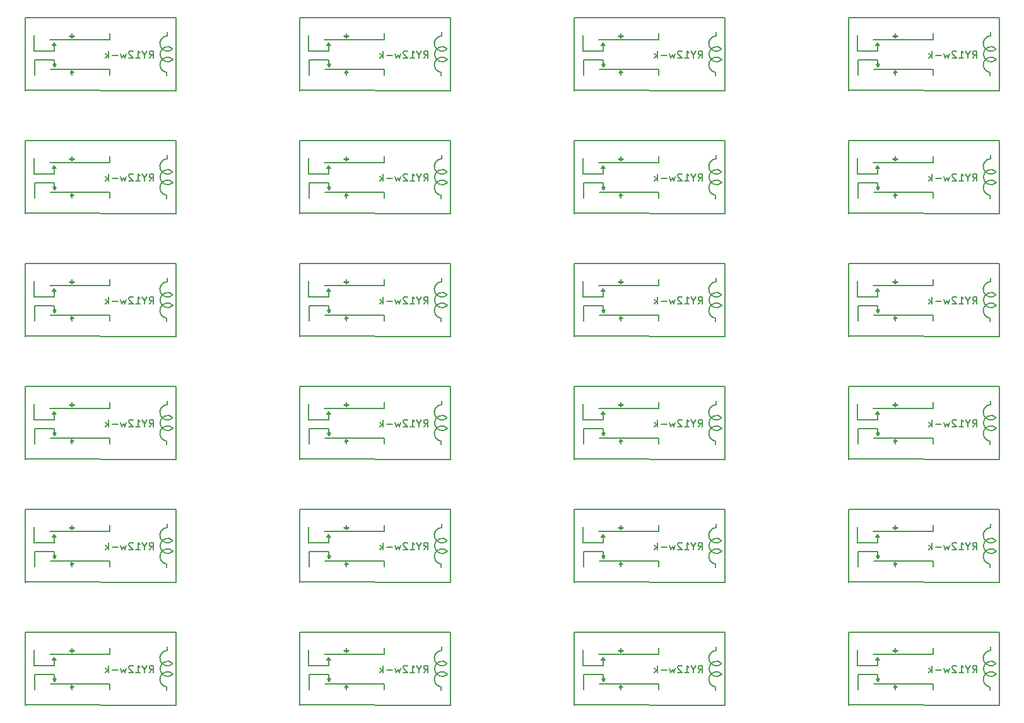
<source format=gbr>
%TF.GenerationSoftware,KiCad,Pcbnew,5.0.2-1.fc29*%
%TF.CreationDate,2018-12-27T16:56:31+02:00*%
%TF.ProjectId,audiorouter-board,61756469-6f72-46f7-9574-65722d626f61,rev?*%
%TF.SameCoordinates,Original*%
%TF.FileFunction,Legend,Bot*%
%TF.FilePolarity,Positive*%
%FSLAX46Y46*%
G04 Gerber Fmt 4.6, Leading zero omitted, Abs format (unit mm)*
G04 Created by KiCad (PCBNEW 5.0.2-1.fc29) date N 27 dets  2018 16:56:31 EET*
%MOMM*%
%LPD*%
G01*
G04 APERTURE LIST*
%ADD10C,0.150000*%
G04 APERTURE END LIST*
D10*
X54705400Y-99161738D02*
X54705400Y-99586738D01*
X54706244Y-99151845D02*
G75*
G02X55518053Y-97405761I87025J1021299D01*
G01*
X55530185Y-97436522D02*
G75*
G02X55530184Y-95986953I-724785J724784D01*
G01*
X55522098Y-95995593D02*
G75*
G02X54755400Y-94236738I-728830J728830D01*
G01*
X54755400Y-94211738D02*
X54755400Y-93761738D01*
X35661600Y-101574600D02*
X35712400Y-91821000D01*
X55905400Y-101600000D02*
X35661600Y-101574600D01*
X55905400Y-91795600D02*
X55905400Y-101600000D01*
X35712400Y-91795600D02*
X55905400Y-91795600D01*
X35712400Y-101600000D02*
X35712400Y-91795600D01*
X47040800Y-93954600D02*
X47040800Y-94742000D01*
X47040800Y-94742000D02*
X39065200Y-94742000D01*
X39065200Y-94742000D02*
X39039800Y-94742000D01*
X39039800Y-94742000D02*
X39090600Y-94742000D01*
X41986200Y-93903800D02*
X41986200Y-94513400D01*
X41986200Y-94513400D02*
X42316400Y-94234000D01*
X42316400Y-94234000D02*
X41656000Y-94259400D01*
X41656000Y-94259400D02*
X41960800Y-94488000D01*
X39852600Y-95504000D02*
X39344600Y-95504000D01*
X39344600Y-95504000D02*
X39598600Y-95199200D01*
X39624000Y-95250000D02*
X39801800Y-95478600D01*
X39801800Y-95478600D02*
X39547800Y-95402400D01*
X39547800Y-95402400D02*
X39598600Y-95504000D01*
X39598600Y-95504000D02*
X39598600Y-96291400D01*
X39598600Y-96291400D02*
X36906200Y-96291400D01*
X36906200Y-96291400D02*
X36906200Y-94157800D01*
X36957000Y-99542600D02*
X36957000Y-97459800D01*
X36957000Y-97459800D02*
X39624000Y-97459800D01*
X39624000Y-97459800D02*
X39649400Y-98374200D01*
X39649400Y-98374200D02*
X39878000Y-98044000D01*
X39878000Y-98044000D02*
X39395400Y-98044000D01*
X39395400Y-98044000D02*
X39624000Y-98374200D01*
X39090600Y-98755200D02*
X47040800Y-98755200D01*
X47040800Y-98755200D02*
X47040800Y-99542600D01*
X41986200Y-99491800D02*
X41986200Y-98933000D01*
X41986200Y-98933000D02*
X41757600Y-99187000D01*
X41783000Y-99212400D02*
X42214800Y-99187000D01*
X42214800Y-99187000D02*
X41986200Y-98983800D01*
X91535400Y-99161738D02*
X91535400Y-99586738D01*
X91536244Y-99151845D02*
G75*
G02X92348053Y-97405761I87025J1021299D01*
G01*
X92360185Y-97436522D02*
G75*
G02X92360184Y-95986953I-724785J724784D01*
G01*
X92352098Y-95995593D02*
G75*
G02X91585400Y-94236738I-728830J728830D01*
G01*
X91585400Y-94211738D02*
X91585400Y-93761738D01*
X72491600Y-101574600D02*
X72542400Y-91821000D01*
X92735400Y-101600000D02*
X72491600Y-101574600D01*
X92735400Y-91795600D02*
X92735400Y-101600000D01*
X72542400Y-91795600D02*
X92735400Y-91795600D01*
X72542400Y-101600000D02*
X72542400Y-91795600D01*
X83870800Y-93954600D02*
X83870800Y-94742000D01*
X83870800Y-94742000D02*
X75895200Y-94742000D01*
X75895200Y-94742000D02*
X75869800Y-94742000D01*
X75869800Y-94742000D02*
X75920600Y-94742000D01*
X78816200Y-93903800D02*
X78816200Y-94513400D01*
X78816200Y-94513400D02*
X79146400Y-94234000D01*
X79146400Y-94234000D02*
X78486000Y-94259400D01*
X78486000Y-94259400D02*
X78790800Y-94488000D01*
X76682600Y-95504000D02*
X76174600Y-95504000D01*
X76174600Y-95504000D02*
X76428600Y-95199200D01*
X76454000Y-95250000D02*
X76631800Y-95478600D01*
X76631800Y-95478600D02*
X76377800Y-95402400D01*
X76377800Y-95402400D02*
X76428600Y-95504000D01*
X76428600Y-95504000D02*
X76428600Y-96291400D01*
X76428600Y-96291400D02*
X73736200Y-96291400D01*
X73736200Y-96291400D02*
X73736200Y-94157800D01*
X73787000Y-99542600D02*
X73787000Y-97459800D01*
X73787000Y-97459800D02*
X76454000Y-97459800D01*
X76454000Y-97459800D02*
X76479400Y-98374200D01*
X76479400Y-98374200D02*
X76708000Y-98044000D01*
X76708000Y-98044000D02*
X76225400Y-98044000D01*
X76225400Y-98044000D02*
X76454000Y-98374200D01*
X75920600Y-98755200D02*
X83870800Y-98755200D01*
X83870800Y-98755200D02*
X83870800Y-99542600D01*
X78816200Y-99491800D02*
X78816200Y-98933000D01*
X78816200Y-98933000D02*
X78587600Y-99187000D01*
X78613000Y-99212400D02*
X79044800Y-99187000D01*
X79044800Y-99187000D02*
X78816200Y-98983800D01*
X128365400Y-99161738D02*
X128365400Y-99586738D01*
X128366244Y-99151845D02*
G75*
G02X129178053Y-97405761I87025J1021299D01*
G01*
X129190185Y-97436522D02*
G75*
G02X129190184Y-95986953I-724785J724784D01*
G01*
X129182098Y-95995593D02*
G75*
G02X128415400Y-94236738I-728830J728830D01*
G01*
X128415400Y-94211738D02*
X128415400Y-93761738D01*
X109321600Y-101574600D02*
X109372400Y-91821000D01*
X129565400Y-101600000D02*
X109321600Y-101574600D01*
X129565400Y-91795600D02*
X129565400Y-101600000D01*
X109372400Y-91795600D02*
X129565400Y-91795600D01*
X109372400Y-101600000D02*
X109372400Y-91795600D01*
X120700800Y-93954600D02*
X120700800Y-94742000D01*
X120700800Y-94742000D02*
X112725200Y-94742000D01*
X112725200Y-94742000D02*
X112699800Y-94742000D01*
X112699800Y-94742000D02*
X112750600Y-94742000D01*
X115646200Y-93903800D02*
X115646200Y-94513400D01*
X115646200Y-94513400D02*
X115976400Y-94234000D01*
X115976400Y-94234000D02*
X115316000Y-94259400D01*
X115316000Y-94259400D02*
X115620800Y-94488000D01*
X113512600Y-95504000D02*
X113004600Y-95504000D01*
X113004600Y-95504000D02*
X113258600Y-95199200D01*
X113284000Y-95250000D02*
X113461800Y-95478600D01*
X113461800Y-95478600D02*
X113207800Y-95402400D01*
X113207800Y-95402400D02*
X113258600Y-95504000D01*
X113258600Y-95504000D02*
X113258600Y-96291400D01*
X113258600Y-96291400D02*
X110566200Y-96291400D01*
X110566200Y-96291400D02*
X110566200Y-94157800D01*
X110617000Y-99542600D02*
X110617000Y-97459800D01*
X110617000Y-97459800D02*
X113284000Y-97459800D01*
X113284000Y-97459800D02*
X113309400Y-98374200D01*
X113309400Y-98374200D02*
X113538000Y-98044000D01*
X113538000Y-98044000D02*
X113055400Y-98044000D01*
X113055400Y-98044000D02*
X113284000Y-98374200D01*
X112750600Y-98755200D02*
X120700800Y-98755200D01*
X120700800Y-98755200D02*
X120700800Y-99542600D01*
X115646200Y-99491800D02*
X115646200Y-98933000D01*
X115646200Y-98933000D02*
X115417600Y-99187000D01*
X115443000Y-99212400D02*
X115874800Y-99187000D01*
X115874800Y-99187000D02*
X115646200Y-98983800D01*
X152704800Y-99187000D02*
X152476200Y-98983800D01*
X152273000Y-99212400D02*
X152704800Y-99187000D01*
X152476200Y-98933000D02*
X152247600Y-99187000D01*
X152476200Y-99491800D02*
X152476200Y-98933000D01*
X157530800Y-98755200D02*
X157530800Y-99542600D01*
X149580600Y-98755200D02*
X157530800Y-98755200D01*
X149885400Y-98044000D02*
X150114000Y-98374200D01*
X150368000Y-98044000D02*
X149885400Y-98044000D01*
X150139400Y-98374200D02*
X150368000Y-98044000D01*
X150114000Y-97459800D02*
X150139400Y-98374200D01*
X147447000Y-97459800D02*
X150114000Y-97459800D01*
X147447000Y-99542600D02*
X147447000Y-97459800D01*
X147396200Y-96291400D02*
X147396200Y-94157800D01*
X150088600Y-96291400D02*
X147396200Y-96291400D01*
X150088600Y-95504000D02*
X150088600Y-96291400D01*
X150037800Y-95402400D02*
X150088600Y-95504000D01*
X150291800Y-95478600D02*
X150037800Y-95402400D01*
X150114000Y-95250000D02*
X150291800Y-95478600D01*
X149834600Y-95504000D02*
X150088600Y-95199200D01*
X150342600Y-95504000D02*
X149834600Y-95504000D01*
X152146000Y-94259400D02*
X152450800Y-94488000D01*
X152806400Y-94234000D02*
X152146000Y-94259400D01*
X152476200Y-94513400D02*
X152806400Y-94234000D01*
X152476200Y-93903800D02*
X152476200Y-94513400D01*
X149529800Y-94742000D02*
X149580600Y-94742000D01*
X149555200Y-94742000D02*
X149529800Y-94742000D01*
X157530800Y-94742000D02*
X149555200Y-94742000D01*
X157530800Y-93954600D02*
X157530800Y-94742000D01*
X146202400Y-101600000D02*
X146202400Y-91795600D01*
X146202400Y-91795600D02*
X166395400Y-91795600D01*
X166395400Y-91795600D02*
X166395400Y-101600000D01*
X166395400Y-101600000D02*
X146151600Y-101574600D01*
X146151600Y-101574600D02*
X146202400Y-91821000D01*
X165245400Y-94211738D02*
X165245400Y-93761738D01*
X166012098Y-95995593D02*
G75*
G02X165245400Y-94236738I-728830J728830D01*
G01*
X166020185Y-97436522D02*
G75*
G02X166020184Y-95986953I-724785J724784D01*
G01*
X165196244Y-99151845D02*
G75*
G02X166008053Y-97405761I87025J1021299D01*
G01*
X165195400Y-99161738D02*
X165195400Y-99586738D01*
X42214800Y-115697000D02*
X41986200Y-115493800D01*
X41783000Y-115722400D02*
X42214800Y-115697000D01*
X41986200Y-115443000D02*
X41757600Y-115697000D01*
X41986200Y-116001800D02*
X41986200Y-115443000D01*
X47040800Y-115265200D02*
X47040800Y-116052600D01*
X39090600Y-115265200D02*
X47040800Y-115265200D01*
X39395400Y-114554000D02*
X39624000Y-114884200D01*
X39878000Y-114554000D02*
X39395400Y-114554000D01*
X39649400Y-114884200D02*
X39878000Y-114554000D01*
X39624000Y-113969800D02*
X39649400Y-114884200D01*
X36957000Y-113969800D02*
X39624000Y-113969800D01*
X36957000Y-116052600D02*
X36957000Y-113969800D01*
X36906200Y-112801400D02*
X36906200Y-110667800D01*
X39598600Y-112801400D02*
X36906200Y-112801400D01*
X39598600Y-112014000D02*
X39598600Y-112801400D01*
X39547800Y-111912400D02*
X39598600Y-112014000D01*
X39801800Y-111988600D02*
X39547800Y-111912400D01*
X39624000Y-111760000D02*
X39801800Y-111988600D01*
X39344600Y-112014000D02*
X39598600Y-111709200D01*
X39852600Y-112014000D02*
X39344600Y-112014000D01*
X41656000Y-110769400D02*
X41960800Y-110998000D01*
X42316400Y-110744000D02*
X41656000Y-110769400D01*
X41986200Y-111023400D02*
X42316400Y-110744000D01*
X41986200Y-110413800D02*
X41986200Y-111023400D01*
X39039800Y-111252000D02*
X39090600Y-111252000D01*
X39065200Y-111252000D02*
X39039800Y-111252000D01*
X47040800Y-111252000D02*
X39065200Y-111252000D01*
X47040800Y-110464600D02*
X47040800Y-111252000D01*
X35712400Y-118110000D02*
X35712400Y-108305600D01*
X35712400Y-108305600D02*
X55905400Y-108305600D01*
X55905400Y-108305600D02*
X55905400Y-118110000D01*
X55905400Y-118110000D02*
X35661600Y-118084600D01*
X35661600Y-118084600D02*
X35712400Y-108331000D01*
X54755400Y-110721738D02*
X54755400Y-110271738D01*
X55522098Y-112505593D02*
G75*
G02X54755400Y-110746738I-728830J728830D01*
G01*
X55530185Y-113946522D02*
G75*
G02X55530184Y-112496953I-724785J724784D01*
G01*
X54706244Y-115661845D02*
G75*
G02X55518053Y-113915761I87025J1021299D01*
G01*
X54705400Y-115671738D02*
X54705400Y-116096738D01*
X79044800Y-115697000D02*
X78816200Y-115493800D01*
X78613000Y-115722400D02*
X79044800Y-115697000D01*
X78816200Y-115443000D02*
X78587600Y-115697000D01*
X78816200Y-116001800D02*
X78816200Y-115443000D01*
X83870800Y-115265200D02*
X83870800Y-116052600D01*
X75920600Y-115265200D02*
X83870800Y-115265200D01*
X76225400Y-114554000D02*
X76454000Y-114884200D01*
X76708000Y-114554000D02*
X76225400Y-114554000D01*
X76479400Y-114884200D02*
X76708000Y-114554000D01*
X76454000Y-113969800D02*
X76479400Y-114884200D01*
X73787000Y-113969800D02*
X76454000Y-113969800D01*
X73787000Y-116052600D02*
X73787000Y-113969800D01*
X73736200Y-112801400D02*
X73736200Y-110667800D01*
X76428600Y-112801400D02*
X73736200Y-112801400D01*
X76428600Y-112014000D02*
X76428600Y-112801400D01*
X76377800Y-111912400D02*
X76428600Y-112014000D01*
X76631800Y-111988600D02*
X76377800Y-111912400D01*
X76454000Y-111760000D02*
X76631800Y-111988600D01*
X76174600Y-112014000D02*
X76428600Y-111709200D01*
X76682600Y-112014000D02*
X76174600Y-112014000D01*
X78486000Y-110769400D02*
X78790800Y-110998000D01*
X79146400Y-110744000D02*
X78486000Y-110769400D01*
X78816200Y-111023400D02*
X79146400Y-110744000D01*
X78816200Y-110413800D02*
X78816200Y-111023400D01*
X75869800Y-111252000D02*
X75920600Y-111252000D01*
X75895200Y-111252000D02*
X75869800Y-111252000D01*
X83870800Y-111252000D02*
X75895200Y-111252000D01*
X83870800Y-110464600D02*
X83870800Y-111252000D01*
X72542400Y-118110000D02*
X72542400Y-108305600D01*
X72542400Y-108305600D02*
X92735400Y-108305600D01*
X92735400Y-108305600D02*
X92735400Y-118110000D01*
X92735400Y-118110000D02*
X72491600Y-118084600D01*
X72491600Y-118084600D02*
X72542400Y-108331000D01*
X91585400Y-110721738D02*
X91585400Y-110271738D01*
X92352098Y-112505593D02*
G75*
G02X91585400Y-110746738I-728830J728830D01*
G01*
X92360185Y-113946522D02*
G75*
G02X92360184Y-112496953I-724785J724784D01*
G01*
X91536244Y-115661845D02*
G75*
G02X92348053Y-113915761I87025J1021299D01*
G01*
X91535400Y-115671738D02*
X91535400Y-116096738D01*
X128365400Y-115671738D02*
X128365400Y-116096738D01*
X128366244Y-115661845D02*
G75*
G02X129178053Y-113915761I87025J1021299D01*
G01*
X129190185Y-113946522D02*
G75*
G02X129190184Y-112496953I-724785J724784D01*
G01*
X129182098Y-112505593D02*
G75*
G02X128415400Y-110746738I-728830J728830D01*
G01*
X128415400Y-110721738D02*
X128415400Y-110271738D01*
X109321600Y-118084600D02*
X109372400Y-108331000D01*
X129565400Y-118110000D02*
X109321600Y-118084600D01*
X129565400Y-108305600D02*
X129565400Y-118110000D01*
X109372400Y-108305600D02*
X129565400Y-108305600D01*
X109372400Y-118110000D02*
X109372400Y-108305600D01*
X120700800Y-110464600D02*
X120700800Y-111252000D01*
X120700800Y-111252000D02*
X112725200Y-111252000D01*
X112725200Y-111252000D02*
X112699800Y-111252000D01*
X112699800Y-111252000D02*
X112750600Y-111252000D01*
X115646200Y-110413800D02*
X115646200Y-111023400D01*
X115646200Y-111023400D02*
X115976400Y-110744000D01*
X115976400Y-110744000D02*
X115316000Y-110769400D01*
X115316000Y-110769400D02*
X115620800Y-110998000D01*
X113512600Y-112014000D02*
X113004600Y-112014000D01*
X113004600Y-112014000D02*
X113258600Y-111709200D01*
X113284000Y-111760000D02*
X113461800Y-111988600D01*
X113461800Y-111988600D02*
X113207800Y-111912400D01*
X113207800Y-111912400D02*
X113258600Y-112014000D01*
X113258600Y-112014000D02*
X113258600Y-112801400D01*
X113258600Y-112801400D02*
X110566200Y-112801400D01*
X110566200Y-112801400D02*
X110566200Y-110667800D01*
X110617000Y-116052600D02*
X110617000Y-113969800D01*
X110617000Y-113969800D02*
X113284000Y-113969800D01*
X113284000Y-113969800D02*
X113309400Y-114884200D01*
X113309400Y-114884200D02*
X113538000Y-114554000D01*
X113538000Y-114554000D02*
X113055400Y-114554000D01*
X113055400Y-114554000D02*
X113284000Y-114884200D01*
X112750600Y-115265200D02*
X120700800Y-115265200D01*
X120700800Y-115265200D02*
X120700800Y-116052600D01*
X115646200Y-116001800D02*
X115646200Y-115443000D01*
X115646200Y-115443000D02*
X115417600Y-115697000D01*
X115443000Y-115722400D02*
X115874800Y-115697000D01*
X115874800Y-115697000D02*
X115646200Y-115493800D01*
X152704800Y-115697000D02*
X152476200Y-115493800D01*
X152273000Y-115722400D02*
X152704800Y-115697000D01*
X152476200Y-115443000D02*
X152247600Y-115697000D01*
X152476200Y-116001800D02*
X152476200Y-115443000D01*
X157530800Y-115265200D02*
X157530800Y-116052600D01*
X149580600Y-115265200D02*
X157530800Y-115265200D01*
X149885400Y-114554000D02*
X150114000Y-114884200D01*
X150368000Y-114554000D02*
X149885400Y-114554000D01*
X150139400Y-114884200D02*
X150368000Y-114554000D01*
X150114000Y-113969800D02*
X150139400Y-114884200D01*
X147447000Y-113969800D02*
X150114000Y-113969800D01*
X147447000Y-116052600D02*
X147447000Y-113969800D01*
X147396200Y-112801400D02*
X147396200Y-110667800D01*
X150088600Y-112801400D02*
X147396200Y-112801400D01*
X150088600Y-112014000D02*
X150088600Y-112801400D01*
X150037800Y-111912400D02*
X150088600Y-112014000D01*
X150291800Y-111988600D02*
X150037800Y-111912400D01*
X150114000Y-111760000D02*
X150291800Y-111988600D01*
X149834600Y-112014000D02*
X150088600Y-111709200D01*
X150342600Y-112014000D02*
X149834600Y-112014000D01*
X152146000Y-110769400D02*
X152450800Y-110998000D01*
X152806400Y-110744000D02*
X152146000Y-110769400D01*
X152476200Y-111023400D02*
X152806400Y-110744000D01*
X152476200Y-110413800D02*
X152476200Y-111023400D01*
X149529800Y-111252000D02*
X149580600Y-111252000D01*
X149555200Y-111252000D02*
X149529800Y-111252000D01*
X157530800Y-111252000D02*
X149555200Y-111252000D01*
X157530800Y-110464600D02*
X157530800Y-111252000D01*
X146202400Y-118110000D02*
X146202400Y-108305600D01*
X146202400Y-108305600D02*
X166395400Y-108305600D01*
X166395400Y-108305600D02*
X166395400Y-118110000D01*
X166395400Y-118110000D02*
X146151600Y-118084600D01*
X146151600Y-118084600D02*
X146202400Y-108331000D01*
X165245400Y-110721738D02*
X165245400Y-110271738D01*
X166012098Y-112505593D02*
G75*
G02X165245400Y-110746738I-728830J728830D01*
G01*
X166020185Y-113946522D02*
G75*
G02X166020184Y-112496953I-724785J724784D01*
G01*
X165196244Y-115661845D02*
G75*
G02X166008053Y-113915761I87025J1021299D01*
G01*
X165195400Y-115671738D02*
X165195400Y-116096738D01*
X54705400Y-132181738D02*
X54705400Y-132606738D01*
X54706244Y-132171845D02*
G75*
G02X55518053Y-130425761I87025J1021299D01*
G01*
X55530185Y-130456522D02*
G75*
G02X55530184Y-129006953I-724785J724784D01*
G01*
X55522098Y-129015593D02*
G75*
G02X54755400Y-127256738I-728830J728830D01*
G01*
X54755400Y-127231738D02*
X54755400Y-126781738D01*
X35661600Y-134594600D02*
X35712400Y-124841000D01*
X55905400Y-134620000D02*
X35661600Y-134594600D01*
X55905400Y-124815600D02*
X55905400Y-134620000D01*
X35712400Y-124815600D02*
X55905400Y-124815600D01*
X35712400Y-134620000D02*
X35712400Y-124815600D01*
X47040800Y-126974600D02*
X47040800Y-127762000D01*
X47040800Y-127762000D02*
X39065200Y-127762000D01*
X39065200Y-127762000D02*
X39039800Y-127762000D01*
X39039800Y-127762000D02*
X39090600Y-127762000D01*
X41986200Y-126923800D02*
X41986200Y-127533400D01*
X41986200Y-127533400D02*
X42316400Y-127254000D01*
X42316400Y-127254000D02*
X41656000Y-127279400D01*
X41656000Y-127279400D02*
X41960800Y-127508000D01*
X39852600Y-128524000D02*
X39344600Y-128524000D01*
X39344600Y-128524000D02*
X39598600Y-128219200D01*
X39624000Y-128270000D02*
X39801800Y-128498600D01*
X39801800Y-128498600D02*
X39547800Y-128422400D01*
X39547800Y-128422400D02*
X39598600Y-128524000D01*
X39598600Y-128524000D02*
X39598600Y-129311400D01*
X39598600Y-129311400D02*
X36906200Y-129311400D01*
X36906200Y-129311400D02*
X36906200Y-127177800D01*
X36957000Y-132562600D02*
X36957000Y-130479800D01*
X36957000Y-130479800D02*
X39624000Y-130479800D01*
X39624000Y-130479800D02*
X39649400Y-131394200D01*
X39649400Y-131394200D02*
X39878000Y-131064000D01*
X39878000Y-131064000D02*
X39395400Y-131064000D01*
X39395400Y-131064000D02*
X39624000Y-131394200D01*
X39090600Y-131775200D02*
X47040800Y-131775200D01*
X47040800Y-131775200D02*
X47040800Y-132562600D01*
X41986200Y-132511800D02*
X41986200Y-131953000D01*
X41986200Y-131953000D02*
X41757600Y-132207000D01*
X41783000Y-132232400D02*
X42214800Y-132207000D01*
X42214800Y-132207000D02*
X41986200Y-132003800D01*
X79044800Y-132207000D02*
X78816200Y-132003800D01*
X78613000Y-132232400D02*
X79044800Y-132207000D01*
X78816200Y-131953000D02*
X78587600Y-132207000D01*
X78816200Y-132511800D02*
X78816200Y-131953000D01*
X83870800Y-131775200D02*
X83870800Y-132562600D01*
X75920600Y-131775200D02*
X83870800Y-131775200D01*
X76225400Y-131064000D02*
X76454000Y-131394200D01*
X76708000Y-131064000D02*
X76225400Y-131064000D01*
X76479400Y-131394200D02*
X76708000Y-131064000D01*
X76454000Y-130479800D02*
X76479400Y-131394200D01*
X73787000Y-130479800D02*
X76454000Y-130479800D01*
X73787000Y-132562600D02*
X73787000Y-130479800D01*
X73736200Y-129311400D02*
X73736200Y-127177800D01*
X76428600Y-129311400D02*
X73736200Y-129311400D01*
X76428600Y-128524000D02*
X76428600Y-129311400D01*
X76377800Y-128422400D02*
X76428600Y-128524000D01*
X76631800Y-128498600D02*
X76377800Y-128422400D01*
X76454000Y-128270000D02*
X76631800Y-128498600D01*
X76174600Y-128524000D02*
X76428600Y-128219200D01*
X76682600Y-128524000D02*
X76174600Y-128524000D01*
X78486000Y-127279400D02*
X78790800Y-127508000D01*
X79146400Y-127254000D02*
X78486000Y-127279400D01*
X78816200Y-127533400D02*
X79146400Y-127254000D01*
X78816200Y-126923800D02*
X78816200Y-127533400D01*
X75869800Y-127762000D02*
X75920600Y-127762000D01*
X75895200Y-127762000D02*
X75869800Y-127762000D01*
X83870800Y-127762000D02*
X75895200Y-127762000D01*
X83870800Y-126974600D02*
X83870800Y-127762000D01*
X72542400Y-134620000D02*
X72542400Y-124815600D01*
X72542400Y-124815600D02*
X92735400Y-124815600D01*
X92735400Y-124815600D02*
X92735400Y-134620000D01*
X92735400Y-134620000D02*
X72491600Y-134594600D01*
X72491600Y-134594600D02*
X72542400Y-124841000D01*
X91585400Y-127231738D02*
X91585400Y-126781738D01*
X92352098Y-129015593D02*
G75*
G02X91585400Y-127256738I-728830J728830D01*
G01*
X92360185Y-130456522D02*
G75*
G02X92360184Y-129006953I-724785J724784D01*
G01*
X91536244Y-132171845D02*
G75*
G02X92348053Y-130425761I87025J1021299D01*
G01*
X91535400Y-132181738D02*
X91535400Y-132606738D01*
X115874800Y-132207000D02*
X115646200Y-132003800D01*
X115443000Y-132232400D02*
X115874800Y-132207000D01*
X115646200Y-131953000D02*
X115417600Y-132207000D01*
X115646200Y-132511800D02*
X115646200Y-131953000D01*
X120700800Y-131775200D02*
X120700800Y-132562600D01*
X112750600Y-131775200D02*
X120700800Y-131775200D01*
X113055400Y-131064000D02*
X113284000Y-131394200D01*
X113538000Y-131064000D02*
X113055400Y-131064000D01*
X113309400Y-131394200D02*
X113538000Y-131064000D01*
X113284000Y-130479800D02*
X113309400Y-131394200D01*
X110617000Y-130479800D02*
X113284000Y-130479800D01*
X110617000Y-132562600D02*
X110617000Y-130479800D01*
X110566200Y-129311400D02*
X110566200Y-127177800D01*
X113258600Y-129311400D02*
X110566200Y-129311400D01*
X113258600Y-128524000D02*
X113258600Y-129311400D01*
X113207800Y-128422400D02*
X113258600Y-128524000D01*
X113461800Y-128498600D02*
X113207800Y-128422400D01*
X113284000Y-128270000D02*
X113461800Y-128498600D01*
X113004600Y-128524000D02*
X113258600Y-128219200D01*
X113512600Y-128524000D02*
X113004600Y-128524000D01*
X115316000Y-127279400D02*
X115620800Y-127508000D01*
X115976400Y-127254000D02*
X115316000Y-127279400D01*
X115646200Y-127533400D02*
X115976400Y-127254000D01*
X115646200Y-126923800D02*
X115646200Y-127533400D01*
X112699800Y-127762000D02*
X112750600Y-127762000D01*
X112725200Y-127762000D02*
X112699800Y-127762000D01*
X120700800Y-127762000D02*
X112725200Y-127762000D01*
X120700800Y-126974600D02*
X120700800Y-127762000D01*
X109372400Y-134620000D02*
X109372400Y-124815600D01*
X109372400Y-124815600D02*
X129565400Y-124815600D01*
X129565400Y-124815600D02*
X129565400Y-134620000D01*
X129565400Y-134620000D02*
X109321600Y-134594600D01*
X109321600Y-134594600D02*
X109372400Y-124841000D01*
X128415400Y-127231738D02*
X128415400Y-126781738D01*
X129182098Y-129015593D02*
G75*
G02X128415400Y-127256738I-728830J728830D01*
G01*
X129190185Y-130456522D02*
G75*
G02X129190184Y-129006953I-724785J724784D01*
G01*
X128366244Y-132171845D02*
G75*
G02X129178053Y-130425761I87025J1021299D01*
G01*
X128365400Y-132181738D02*
X128365400Y-132606738D01*
X165195400Y-132181738D02*
X165195400Y-132606738D01*
X165196244Y-132171845D02*
G75*
G02X166008053Y-130425761I87025J1021299D01*
G01*
X166020185Y-130456522D02*
G75*
G02X166020184Y-129006953I-724785J724784D01*
G01*
X166012098Y-129015593D02*
G75*
G02X165245400Y-127256738I-728830J728830D01*
G01*
X165245400Y-127231738D02*
X165245400Y-126781738D01*
X146151600Y-134594600D02*
X146202400Y-124841000D01*
X166395400Y-134620000D02*
X146151600Y-134594600D01*
X166395400Y-124815600D02*
X166395400Y-134620000D01*
X146202400Y-124815600D02*
X166395400Y-124815600D01*
X146202400Y-134620000D02*
X146202400Y-124815600D01*
X157530800Y-126974600D02*
X157530800Y-127762000D01*
X157530800Y-127762000D02*
X149555200Y-127762000D01*
X149555200Y-127762000D02*
X149529800Y-127762000D01*
X149529800Y-127762000D02*
X149580600Y-127762000D01*
X152476200Y-126923800D02*
X152476200Y-127533400D01*
X152476200Y-127533400D02*
X152806400Y-127254000D01*
X152806400Y-127254000D02*
X152146000Y-127279400D01*
X152146000Y-127279400D02*
X152450800Y-127508000D01*
X150342600Y-128524000D02*
X149834600Y-128524000D01*
X149834600Y-128524000D02*
X150088600Y-128219200D01*
X150114000Y-128270000D02*
X150291800Y-128498600D01*
X150291800Y-128498600D02*
X150037800Y-128422400D01*
X150037800Y-128422400D02*
X150088600Y-128524000D01*
X150088600Y-128524000D02*
X150088600Y-129311400D01*
X150088600Y-129311400D02*
X147396200Y-129311400D01*
X147396200Y-129311400D02*
X147396200Y-127177800D01*
X147447000Y-132562600D02*
X147447000Y-130479800D01*
X147447000Y-130479800D02*
X150114000Y-130479800D01*
X150114000Y-130479800D02*
X150139400Y-131394200D01*
X150139400Y-131394200D02*
X150368000Y-131064000D01*
X150368000Y-131064000D02*
X149885400Y-131064000D01*
X149885400Y-131064000D02*
X150114000Y-131394200D01*
X149580600Y-131775200D02*
X157530800Y-131775200D01*
X157530800Y-131775200D02*
X157530800Y-132562600D01*
X152476200Y-132511800D02*
X152476200Y-131953000D01*
X152476200Y-131953000D02*
X152247600Y-132207000D01*
X152273000Y-132232400D02*
X152704800Y-132207000D01*
X152704800Y-132207000D02*
X152476200Y-132003800D01*
X54705400Y-49631738D02*
X54705400Y-50056738D01*
X54706244Y-49621845D02*
G75*
G02X55518053Y-47875761I87025J1021299D01*
G01*
X55530185Y-47906522D02*
G75*
G02X55530184Y-46456953I-724785J724784D01*
G01*
X55522098Y-46465593D02*
G75*
G02X54755400Y-44706738I-728830J728830D01*
G01*
X54755400Y-44681738D02*
X54755400Y-44231738D01*
X35661600Y-52044600D02*
X35712400Y-42291000D01*
X55905400Y-52070000D02*
X35661600Y-52044600D01*
X55905400Y-42265600D02*
X55905400Y-52070000D01*
X35712400Y-42265600D02*
X55905400Y-42265600D01*
X35712400Y-52070000D02*
X35712400Y-42265600D01*
X47040800Y-44424600D02*
X47040800Y-45212000D01*
X47040800Y-45212000D02*
X39065200Y-45212000D01*
X39065200Y-45212000D02*
X39039800Y-45212000D01*
X39039800Y-45212000D02*
X39090600Y-45212000D01*
X41986200Y-44373800D02*
X41986200Y-44983400D01*
X41986200Y-44983400D02*
X42316400Y-44704000D01*
X42316400Y-44704000D02*
X41656000Y-44729400D01*
X41656000Y-44729400D02*
X41960800Y-44958000D01*
X39852600Y-45974000D02*
X39344600Y-45974000D01*
X39344600Y-45974000D02*
X39598600Y-45669200D01*
X39624000Y-45720000D02*
X39801800Y-45948600D01*
X39801800Y-45948600D02*
X39547800Y-45872400D01*
X39547800Y-45872400D02*
X39598600Y-45974000D01*
X39598600Y-45974000D02*
X39598600Y-46761400D01*
X39598600Y-46761400D02*
X36906200Y-46761400D01*
X36906200Y-46761400D02*
X36906200Y-44627800D01*
X36957000Y-50012600D02*
X36957000Y-47929800D01*
X36957000Y-47929800D02*
X39624000Y-47929800D01*
X39624000Y-47929800D02*
X39649400Y-48844200D01*
X39649400Y-48844200D02*
X39878000Y-48514000D01*
X39878000Y-48514000D02*
X39395400Y-48514000D01*
X39395400Y-48514000D02*
X39624000Y-48844200D01*
X39090600Y-49225200D02*
X47040800Y-49225200D01*
X47040800Y-49225200D02*
X47040800Y-50012600D01*
X41986200Y-49961800D02*
X41986200Y-49403000D01*
X41986200Y-49403000D02*
X41757600Y-49657000D01*
X41783000Y-49682400D02*
X42214800Y-49657000D01*
X42214800Y-49657000D02*
X41986200Y-49453800D01*
X79044800Y-49657000D02*
X78816200Y-49453800D01*
X78613000Y-49682400D02*
X79044800Y-49657000D01*
X78816200Y-49403000D02*
X78587600Y-49657000D01*
X78816200Y-49961800D02*
X78816200Y-49403000D01*
X83870800Y-49225200D02*
X83870800Y-50012600D01*
X75920600Y-49225200D02*
X83870800Y-49225200D01*
X76225400Y-48514000D02*
X76454000Y-48844200D01*
X76708000Y-48514000D02*
X76225400Y-48514000D01*
X76479400Y-48844200D02*
X76708000Y-48514000D01*
X76454000Y-47929800D02*
X76479400Y-48844200D01*
X73787000Y-47929800D02*
X76454000Y-47929800D01*
X73787000Y-50012600D02*
X73787000Y-47929800D01*
X73736200Y-46761400D02*
X73736200Y-44627800D01*
X76428600Y-46761400D02*
X73736200Y-46761400D01*
X76428600Y-45974000D02*
X76428600Y-46761400D01*
X76377800Y-45872400D02*
X76428600Y-45974000D01*
X76631800Y-45948600D02*
X76377800Y-45872400D01*
X76454000Y-45720000D02*
X76631800Y-45948600D01*
X76174600Y-45974000D02*
X76428600Y-45669200D01*
X76682600Y-45974000D02*
X76174600Y-45974000D01*
X78486000Y-44729400D02*
X78790800Y-44958000D01*
X79146400Y-44704000D02*
X78486000Y-44729400D01*
X78816200Y-44983400D02*
X79146400Y-44704000D01*
X78816200Y-44373800D02*
X78816200Y-44983400D01*
X75869800Y-45212000D02*
X75920600Y-45212000D01*
X75895200Y-45212000D02*
X75869800Y-45212000D01*
X83870800Y-45212000D02*
X75895200Y-45212000D01*
X83870800Y-44424600D02*
X83870800Y-45212000D01*
X72542400Y-52070000D02*
X72542400Y-42265600D01*
X72542400Y-42265600D02*
X92735400Y-42265600D01*
X92735400Y-42265600D02*
X92735400Y-52070000D01*
X92735400Y-52070000D02*
X72491600Y-52044600D01*
X72491600Y-52044600D02*
X72542400Y-42291000D01*
X91585400Y-44681738D02*
X91585400Y-44231738D01*
X92352098Y-46465593D02*
G75*
G02X91585400Y-44706738I-728830J728830D01*
G01*
X92360185Y-47906522D02*
G75*
G02X92360184Y-46456953I-724785J724784D01*
G01*
X91536244Y-49621845D02*
G75*
G02X92348053Y-47875761I87025J1021299D01*
G01*
X91535400Y-49631738D02*
X91535400Y-50056738D01*
X115874800Y-49657000D02*
X115646200Y-49453800D01*
X115443000Y-49682400D02*
X115874800Y-49657000D01*
X115646200Y-49403000D02*
X115417600Y-49657000D01*
X115646200Y-49961800D02*
X115646200Y-49403000D01*
X120700800Y-49225200D02*
X120700800Y-50012600D01*
X112750600Y-49225200D02*
X120700800Y-49225200D01*
X113055400Y-48514000D02*
X113284000Y-48844200D01*
X113538000Y-48514000D02*
X113055400Y-48514000D01*
X113309400Y-48844200D02*
X113538000Y-48514000D01*
X113284000Y-47929800D02*
X113309400Y-48844200D01*
X110617000Y-47929800D02*
X113284000Y-47929800D01*
X110617000Y-50012600D02*
X110617000Y-47929800D01*
X110566200Y-46761400D02*
X110566200Y-44627800D01*
X113258600Y-46761400D02*
X110566200Y-46761400D01*
X113258600Y-45974000D02*
X113258600Y-46761400D01*
X113207800Y-45872400D02*
X113258600Y-45974000D01*
X113461800Y-45948600D02*
X113207800Y-45872400D01*
X113284000Y-45720000D02*
X113461800Y-45948600D01*
X113004600Y-45974000D02*
X113258600Y-45669200D01*
X113512600Y-45974000D02*
X113004600Y-45974000D01*
X115316000Y-44729400D02*
X115620800Y-44958000D01*
X115976400Y-44704000D02*
X115316000Y-44729400D01*
X115646200Y-44983400D02*
X115976400Y-44704000D01*
X115646200Y-44373800D02*
X115646200Y-44983400D01*
X112699800Y-45212000D02*
X112750600Y-45212000D01*
X112725200Y-45212000D02*
X112699800Y-45212000D01*
X120700800Y-45212000D02*
X112725200Y-45212000D01*
X120700800Y-44424600D02*
X120700800Y-45212000D01*
X109372400Y-52070000D02*
X109372400Y-42265600D01*
X109372400Y-42265600D02*
X129565400Y-42265600D01*
X129565400Y-42265600D02*
X129565400Y-52070000D01*
X129565400Y-52070000D02*
X109321600Y-52044600D01*
X109321600Y-52044600D02*
X109372400Y-42291000D01*
X128415400Y-44681738D02*
X128415400Y-44231738D01*
X129182098Y-46465593D02*
G75*
G02X128415400Y-44706738I-728830J728830D01*
G01*
X129190185Y-47906522D02*
G75*
G02X129190184Y-46456953I-724785J724784D01*
G01*
X128366244Y-49621845D02*
G75*
G02X129178053Y-47875761I87025J1021299D01*
G01*
X128365400Y-49631738D02*
X128365400Y-50056738D01*
X165195400Y-49631738D02*
X165195400Y-50056738D01*
X165196244Y-49621845D02*
G75*
G02X166008053Y-47875761I87025J1021299D01*
G01*
X166020185Y-47906522D02*
G75*
G02X166020184Y-46456953I-724785J724784D01*
G01*
X166012098Y-46465593D02*
G75*
G02X165245400Y-44706738I-728830J728830D01*
G01*
X165245400Y-44681738D02*
X165245400Y-44231738D01*
X146151600Y-52044600D02*
X146202400Y-42291000D01*
X166395400Y-52070000D02*
X146151600Y-52044600D01*
X166395400Y-42265600D02*
X166395400Y-52070000D01*
X146202400Y-42265600D02*
X166395400Y-42265600D01*
X146202400Y-52070000D02*
X146202400Y-42265600D01*
X157530800Y-44424600D02*
X157530800Y-45212000D01*
X157530800Y-45212000D02*
X149555200Y-45212000D01*
X149555200Y-45212000D02*
X149529800Y-45212000D01*
X149529800Y-45212000D02*
X149580600Y-45212000D01*
X152476200Y-44373800D02*
X152476200Y-44983400D01*
X152476200Y-44983400D02*
X152806400Y-44704000D01*
X152806400Y-44704000D02*
X152146000Y-44729400D01*
X152146000Y-44729400D02*
X152450800Y-44958000D01*
X150342600Y-45974000D02*
X149834600Y-45974000D01*
X149834600Y-45974000D02*
X150088600Y-45669200D01*
X150114000Y-45720000D02*
X150291800Y-45948600D01*
X150291800Y-45948600D02*
X150037800Y-45872400D01*
X150037800Y-45872400D02*
X150088600Y-45974000D01*
X150088600Y-45974000D02*
X150088600Y-46761400D01*
X150088600Y-46761400D02*
X147396200Y-46761400D01*
X147396200Y-46761400D02*
X147396200Y-44627800D01*
X147447000Y-50012600D02*
X147447000Y-47929800D01*
X147447000Y-47929800D02*
X150114000Y-47929800D01*
X150114000Y-47929800D02*
X150139400Y-48844200D01*
X150139400Y-48844200D02*
X150368000Y-48514000D01*
X150368000Y-48514000D02*
X149885400Y-48514000D01*
X149885400Y-48514000D02*
X150114000Y-48844200D01*
X149580600Y-49225200D02*
X157530800Y-49225200D01*
X157530800Y-49225200D02*
X157530800Y-50012600D01*
X152476200Y-49961800D02*
X152476200Y-49403000D01*
X152476200Y-49403000D02*
X152247600Y-49657000D01*
X152273000Y-49682400D02*
X152704800Y-49657000D01*
X152704800Y-49657000D02*
X152476200Y-49453800D01*
X42214800Y-66167000D02*
X41986200Y-65963800D01*
X41783000Y-66192400D02*
X42214800Y-66167000D01*
X41986200Y-65913000D02*
X41757600Y-66167000D01*
X41986200Y-66471800D02*
X41986200Y-65913000D01*
X47040800Y-65735200D02*
X47040800Y-66522600D01*
X39090600Y-65735200D02*
X47040800Y-65735200D01*
X39395400Y-65024000D02*
X39624000Y-65354200D01*
X39878000Y-65024000D02*
X39395400Y-65024000D01*
X39649400Y-65354200D02*
X39878000Y-65024000D01*
X39624000Y-64439800D02*
X39649400Y-65354200D01*
X36957000Y-64439800D02*
X39624000Y-64439800D01*
X36957000Y-66522600D02*
X36957000Y-64439800D01*
X36906200Y-63271400D02*
X36906200Y-61137800D01*
X39598600Y-63271400D02*
X36906200Y-63271400D01*
X39598600Y-62484000D02*
X39598600Y-63271400D01*
X39547800Y-62382400D02*
X39598600Y-62484000D01*
X39801800Y-62458600D02*
X39547800Y-62382400D01*
X39624000Y-62230000D02*
X39801800Y-62458600D01*
X39344600Y-62484000D02*
X39598600Y-62179200D01*
X39852600Y-62484000D02*
X39344600Y-62484000D01*
X41656000Y-61239400D02*
X41960800Y-61468000D01*
X42316400Y-61214000D02*
X41656000Y-61239400D01*
X41986200Y-61493400D02*
X42316400Y-61214000D01*
X41986200Y-60883800D02*
X41986200Y-61493400D01*
X39039800Y-61722000D02*
X39090600Y-61722000D01*
X39065200Y-61722000D02*
X39039800Y-61722000D01*
X47040800Y-61722000D02*
X39065200Y-61722000D01*
X47040800Y-60934600D02*
X47040800Y-61722000D01*
X35712400Y-68580000D02*
X35712400Y-58775600D01*
X35712400Y-58775600D02*
X55905400Y-58775600D01*
X55905400Y-58775600D02*
X55905400Y-68580000D01*
X55905400Y-68580000D02*
X35661600Y-68554600D01*
X35661600Y-68554600D02*
X35712400Y-58801000D01*
X54755400Y-61191738D02*
X54755400Y-60741738D01*
X55522098Y-62975593D02*
G75*
G02X54755400Y-61216738I-728830J728830D01*
G01*
X55530185Y-64416522D02*
G75*
G02X55530184Y-62966953I-724785J724784D01*
G01*
X54706244Y-66131845D02*
G75*
G02X55518053Y-64385761I87025J1021299D01*
G01*
X54705400Y-66141738D02*
X54705400Y-66566738D01*
X91535400Y-66141738D02*
X91535400Y-66566738D01*
X91536244Y-66131845D02*
G75*
G02X92348053Y-64385761I87025J1021299D01*
G01*
X92360185Y-64416522D02*
G75*
G02X92360184Y-62966953I-724785J724784D01*
G01*
X92352098Y-62975593D02*
G75*
G02X91585400Y-61216738I-728830J728830D01*
G01*
X91585400Y-61191738D02*
X91585400Y-60741738D01*
X72491600Y-68554600D02*
X72542400Y-58801000D01*
X92735400Y-68580000D02*
X72491600Y-68554600D01*
X92735400Y-58775600D02*
X92735400Y-68580000D01*
X72542400Y-58775600D02*
X92735400Y-58775600D01*
X72542400Y-68580000D02*
X72542400Y-58775600D01*
X83870800Y-60934600D02*
X83870800Y-61722000D01*
X83870800Y-61722000D02*
X75895200Y-61722000D01*
X75895200Y-61722000D02*
X75869800Y-61722000D01*
X75869800Y-61722000D02*
X75920600Y-61722000D01*
X78816200Y-60883800D02*
X78816200Y-61493400D01*
X78816200Y-61493400D02*
X79146400Y-61214000D01*
X79146400Y-61214000D02*
X78486000Y-61239400D01*
X78486000Y-61239400D02*
X78790800Y-61468000D01*
X76682600Y-62484000D02*
X76174600Y-62484000D01*
X76174600Y-62484000D02*
X76428600Y-62179200D01*
X76454000Y-62230000D02*
X76631800Y-62458600D01*
X76631800Y-62458600D02*
X76377800Y-62382400D01*
X76377800Y-62382400D02*
X76428600Y-62484000D01*
X76428600Y-62484000D02*
X76428600Y-63271400D01*
X76428600Y-63271400D02*
X73736200Y-63271400D01*
X73736200Y-63271400D02*
X73736200Y-61137800D01*
X73787000Y-66522600D02*
X73787000Y-64439800D01*
X73787000Y-64439800D02*
X76454000Y-64439800D01*
X76454000Y-64439800D02*
X76479400Y-65354200D01*
X76479400Y-65354200D02*
X76708000Y-65024000D01*
X76708000Y-65024000D02*
X76225400Y-65024000D01*
X76225400Y-65024000D02*
X76454000Y-65354200D01*
X75920600Y-65735200D02*
X83870800Y-65735200D01*
X83870800Y-65735200D02*
X83870800Y-66522600D01*
X78816200Y-66471800D02*
X78816200Y-65913000D01*
X78816200Y-65913000D02*
X78587600Y-66167000D01*
X78613000Y-66192400D02*
X79044800Y-66167000D01*
X79044800Y-66167000D02*
X78816200Y-65963800D01*
X115874800Y-66167000D02*
X115646200Y-65963800D01*
X115443000Y-66192400D02*
X115874800Y-66167000D01*
X115646200Y-65913000D02*
X115417600Y-66167000D01*
X115646200Y-66471800D02*
X115646200Y-65913000D01*
X120700800Y-65735200D02*
X120700800Y-66522600D01*
X112750600Y-65735200D02*
X120700800Y-65735200D01*
X113055400Y-65024000D02*
X113284000Y-65354200D01*
X113538000Y-65024000D02*
X113055400Y-65024000D01*
X113309400Y-65354200D02*
X113538000Y-65024000D01*
X113284000Y-64439800D02*
X113309400Y-65354200D01*
X110617000Y-64439800D02*
X113284000Y-64439800D01*
X110617000Y-66522600D02*
X110617000Y-64439800D01*
X110566200Y-63271400D02*
X110566200Y-61137800D01*
X113258600Y-63271400D02*
X110566200Y-63271400D01*
X113258600Y-62484000D02*
X113258600Y-63271400D01*
X113207800Y-62382400D02*
X113258600Y-62484000D01*
X113461800Y-62458600D02*
X113207800Y-62382400D01*
X113284000Y-62230000D02*
X113461800Y-62458600D01*
X113004600Y-62484000D02*
X113258600Y-62179200D01*
X113512600Y-62484000D02*
X113004600Y-62484000D01*
X115316000Y-61239400D02*
X115620800Y-61468000D01*
X115976400Y-61214000D02*
X115316000Y-61239400D01*
X115646200Y-61493400D02*
X115976400Y-61214000D01*
X115646200Y-60883800D02*
X115646200Y-61493400D01*
X112699800Y-61722000D02*
X112750600Y-61722000D01*
X112725200Y-61722000D02*
X112699800Y-61722000D01*
X120700800Y-61722000D02*
X112725200Y-61722000D01*
X120700800Y-60934600D02*
X120700800Y-61722000D01*
X109372400Y-68580000D02*
X109372400Y-58775600D01*
X109372400Y-58775600D02*
X129565400Y-58775600D01*
X129565400Y-58775600D02*
X129565400Y-68580000D01*
X129565400Y-68580000D02*
X109321600Y-68554600D01*
X109321600Y-68554600D02*
X109372400Y-58801000D01*
X128415400Y-61191738D02*
X128415400Y-60741738D01*
X129182098Y-62975593D02*
G75*
G02X128415400Y-61216738I-728830J728830D01*
G01*
X129190185Y-64416522D02*
G75*
G02X129190184Y-62966953I-724785J724784D01*
G01*
X128366244Y-66131845D02*
G75*
G02X129178053Y-64385761I87025J1021299D01*
G01*
X128365400Y-66141738D02*
X128365400Y-66566738D01*
X165195400Y-66141738D02*
X165195400Y-66566738D01*
X165196244Y-66131845D02*
G75*
G02X166008053Y-64385761I87025J1021299D01*
G01*
X166020185Y-64416522D02*
G75*
G02X166020184Y-62966953I-724785J724784D01*
G01*
X166012098Y-62975593D02*
G75*
G02X165245400Y-61216738I-728830J728830D01*
G01*
X165245400Y-61191738D02*
X165245400Y-60741738D01*
X146151600Y-68554600D02*
X146202400Y-58801000D01*
X166395400Y-68580000D02*
X146151600Y-68554600D01*
X166395400Y-58775600D02*
X166395400Y-68580000D01*
X146202400Y-58775600D02*
X166395400Y-58775600D01*
X146202400Y-68580000D02*
X146202400Y-58775600D01*
X157530800Y-60934600D02*
X157530800Y-61722000D01*
X157530800Y-61722000D02*
X149555200Y-61722000D01*
X149555200Y-61722000D02*
X149529800Y-61722000D01*
X149529800Y-61722000D02*
X149580600Y-61722000D01*
X152476200Y-60883800D02*
X152476200Y-61493400D01*
X152476200Y-61493400D02*
X152806400Y-61214000D01*
X152806400Y-61214000D02*
X152146000Y-61239400D01*
X152146000Y-61239400D02*
X152450800Y-61468000D01*
X150342600Y-62484000D02*
X149834600Y-62484000D01*
X149834600Y-62484000D02*
X150088600Y-62179200D01*
X150114000Y-62230000D02*
X150291800Y-62458600D01*
X150291800Y-62458600D02*
X150037800Y-62382400D01*
X150037800Y-62382400D02*
X150088600Y-62484000D01*
X150088600Y-62484000D02*
X150088600Y-63271400D01*
X150088600Y-63271400D02*
X147396200Y-63271400D01*
X147396200Y-63271400D02*
X147396200Y-61137800D01*
X147447000Y-66522600D02*
X147447000Y-64439800D01*
X147447000Y-64439800D02*
X150114000Y-64439800D01*
X150114000Y-64439800D02*
X150139400Y-65354200D01*
X150139400Y-65354200D02*
X150368000Y-65024000D01*
X150368000Y-65024000D02*
X149885400Y-65024000D01*
X149885400Y-65024000D02*
X150114000Y-65354200D01*
X149580600Y-65735200D02*
X157530800Y-65735200D01*
X157530800Y-65735200D02*
X157530800Y-66522600D01*
X152476200Y-66471800D02*
X152476200Y-65913000D01*
X152476200Y-65913000D02*
X152247600Y-66167000D01*
X152273000Y-66192400D02*
X152704800Y-66167000D01*
X152704800Y-66167000D02*
X152476200Y-65963800D01*
X42214800Y-82677000D02*
X41986200Y-82473800D01*
X41783000Y-82702400D02*
X42214800Y-82677000D01*
X41986200Y-82423000D02*
X41757600Y-82677000D01*
X41986200Y-82981800D02*
X41986200Y-82423000D01*
X47040800Y-82245200D02*
X47040800Y-83032600D01*
X39090600Y-82245200D02*
X47040800Y-82245200D01*
X39395400Y-81534000D02*
X39624000Y-81864200D01*
X39878000Y-81534000D02*
X39395400Y-81534000D01*
X39649400Y-81864200D02*
X39878000Y-81534000D01*
X39624000Y-80949800D02*
X39649400Y-81864200D01*
X36957000Y-80949800D02*
X39624000Y-80949800D01*
X36957000Y-83032600D02*
X36957000Y-80949800D01*
X36906200Y-79781400D02*
X36906200Y-77647800D01*
X39598600Y-79781400D02*
X36906200Y-79781400D01*
X39598600Y-78994000D02*
X39598600Y-79781400D01*
X39547800Y-78892400D02*
X39598600Y-78994000D01*
X39801800Y-78968600D02*
X39547800Y-78892400D01*
X39624000Y-78740000D02*
X39801800Y-78968600D01*
X39344600Y-78994000D02*
X39598600Y-78689200D01*
X39852600Y-78994000D02*
X39344600Y-78994000D01*
X41656000Y-77749400D02*
X41960800Y-77978000D01*
X42316400Y-77724000D02*
X41656000Y-77749400D01*
X41986200Y-78003400D02*
X42316400Y-77724000D01*
X41986200Y-77393800D02*
X41986200Y-78003400D01*
X39039800Y-78232000D02*
X39090600Y-78232000D01*
X39065200Y-78232000D02*
X39039800Y-78232000D01*
X47040800Y-78232000D02*
X39065200Y-78232000D01*
X47040800Y-77444600D02*
X47040800Y-78232000D01*
X35712400Y-85090000D02*
X35712400Y-75285600D01*
X35712400Y-75285600D02*
X55905400Y-75285600D01*
X55905400Y-75285600D02*
X55905400Y-85090000D01*
X55905400Y-85090000D02*
X35661600Y-85064600D01*
X35661600Y-85064600D02*
X35712400Y-75311000D01*
X54755400Y-77701738D02*
X54755400Y-77251738D01*
X55522098Y-79485593D02*
G75*
G02X54755400Y-77726738I-728830J728830D01*
G01*
X55530185Y-80926522D02*
G75*
G02X55530184Y-79476953I-724785J724784D01*
G01*
X54706244Y-82641845D02*
G75*
G02X55518053Y-80895761I87025J1021299D01*
G01*
X54705400Y-82651738D02*
X54705400Y-83076738D01*
X79044800Y-82677000D02*
X78816200Y-82473800D01*
X78613000Y-82702400D02*
X79044800Y-82677000D01*
X78816200Y-82423000D02*
X78587600Y-82677000D01*
X78816200Y-82981800D02*
X78816200Y-82423000D01*
X83870800Y-82245200D02*
X83870800Y-83032600D01*
X75920600Y-82245200D02*
X83870800Y-82245200D01*
X76225400Y-81534000D02*
X76454000Y-81864200D01*
X76708000Y-81534000D02*
X76225400Y-81534000D01*
X76479400Y-81864200D02*
X76708000Y-81534000D01*
X76454000Y-80949800D02*
X76479400Y-81864200D01*
X73787000Y-80949800D02*
X76454000Y-80949800D01*
X73787000Y-83032600D02*
X73787000Y-80949800D01*
X73736200Y-79781400D02*
X73736200Y-77647800D01*
X76428600Y-79781400D02*
X73736200Y-79781400D01*
X76428600Y-78994000D02*
X76428600Y-79781400D01*
X76377800Y-78892400D02*
X76428600Y-78994000D01*
X76631800Y-78968600D02*
X76377800Y-78892400D01*
X76454000Y-78740000D02*
X76631800Y-78968600D01*
X76174600Y-78994000D02*
X76428600Y-78689200D01*
X76682600Y-78994000D02*
X76174600Y-78994000D01*
X78486000Y-77749400D02*
X78790800Y-77978000D01*
X79146400Y-77724000D02*
X78486000Y-77749400D01*
X78816200Y-78003400D02*
X79146400Y-77724000D01*
X78816200Y-77393800D02*
X78816200Y-78003400D01*
X75869800Y-78232000D02*
X75920600Y-78232000D01*
X75895200Y-78232000D02*
X75869800Y-78232000D01*
X83870800Y-78232000D02*
X75895200Y-78232000D01*
X83870800Y-77444600D02*
X83870800Y-78232000D01*
X72542400Y-85090000D02*
X72542400Y-75285600D01*
X72542400Y-75285600D02*
X92735400Y-75285600D01*
X92735400Y-75285600D02*
X92735400Y-85090000D01*
X92735400Y-85090000D02*
X72491600Y-85064600D01*
X72491600Y-85064600D02*
X72542400Y-75311000D01*
X91585400Y-77701738D02*
X91585400Y-77251738D01*
X92352098Y-79485593D02*
G75*
G02X91585400Y-77726738I-728830J728830D01*
G01*
X92360185Y-80926522D02*
G75*
G02X92360184Y-79476953I-724785J724784D01*
G01*
X91536244Y-82641845D02*
G75*
G02X92348053Y-80895761I87025J1021299D01*
G01*
X91535400Y-82651738D02*
X91535400Y-83076738D01*
X128365400Y-82651738D02*
X128365400Y-83076738D01*
X128366244Y-82641845D02*
G75*
G02X129178053Y-80895761I87025J1021299D01*
G01*
X129190185Y-80926522D02*
G75*
G02X129190184Y-79476953I-724785J724784D01*
G01*
X129182098Y-79485593D02*
G75*
G02X128415400Y-77726738I-728830J728830D01*
G01*
X128415400Y-77701738D02*
X128415400Y-77251738D01*
X109321600Y-85064600D02*
X109372400Y-75311000D01*
X129565400Y-85090000D02*
X109321600Y-85064600D01*
X129565400Y-75285600D02*
X129565400Y-85090000D01*
X109372400Y-75285600D02*
X129565400Y-75285600D01*
X109372400Y-85090000D02*
X109372400Y-75285600D01*
X120700800Y-77444600D02*
X120700800Y-78232000D01*
X120700800Y-78232000D02*
X112725200Y-78232000D01*
X112725200Y-78232000D02*
X112699800Y-78232000D01*
X112699800Y-78232000D02*
X112750600Y-78232000D01*
X115646200Y-77393800D02*
X115646200Y-78003400D01*
X115646200Y-78003400D02*
X115976400Y-77724000D01*
X115976400Y-77724000D02*
X115316000Y-77749400D01*
X115316000Y-77749400D02*
X115620800Y-77978000D01*
X113512600Y-78994000D02*
X113004600Y-78994000D01*
X113004600Y-78994000D02*
X113258600Y-78689200D01*
X113284000Y-78740000D02*
X113461800Y-78968600D01*
X113461800Y-78968600D02*
X113207800Y-78892400D01*
X113207800Y-78892400D02*
X113258600Y-78994000D01*
X113258600Y-78994000D02*
X113258600Y-79781400D01*
X113258600Y-79781400D02*
X110566200Y-79781400D01*
X110566200Y-79781400D02*
X110566200Y-77647800D01*
X110617000Y-83032600D02*
X110617000Y-80949800D01*
X110617000Y-80949800D02*
X113284000Y-80949800D01*
X113284000Y-80949800D02*
X113309400Y-81864200D01*
X113309400Y-81864200D02*
X113538000Y-81534000D01*
X113538000Y-81534000D02*
X113055400Y-81534000D01*
X113055400Y-81534000D02*
X113284000Y-81864200D01*
X112750600Y-82245200D02*
X120700800Y-82245200D01*
X120700800Y-82245200D02*
X120700800Y-83032600D01*
X115646200Y-82981800D02*
X115646200Y-82423000D01*
X115646200Y-82423000D02*
X115417600Y-82677000D01*
X115443000Y-82702400D02*
X115874800Y-82677000D01*
X115874800Y-82677000D02*
X115646200Y-82473800D01*
X165195400Y-82651738D02*
X165195400Y-83076738D01*
X165196244Y-82641845D02*
G75*
G02X166008053Y-80895761I87025J1021299D01*
G01*
X166020185Y-80926522D02*
G75*
G02X166020184Y-79476953I-724785J724784D01*
G01*
X166012098Y-79485593D02*
G75*
G02X165245400Y-77726738I-728830J728830D01*
G01*
X165245400Y-77701738D02*
X165245400Y-77251738D01*
X146151600Y-85064600D02*
X146202400Y-75311000D01*
X166395400Y-85090000D02*
X146151600Y-85064600D01*
X166395400Y-75285600D02*
X166395400Y-85090000D01*
X146202400Y-75285600D02*
X166395400Y-75285600D01*
X146202400Y-85090000D02*
X146202400Y-75285600D01*
X157530800Y-77444600D02*
X157530800Y-78232000D01*
X157530800Y-78232000D02*
X149555200Y-78232000D01*
X149555200Y-78232000D02*
X149529800Y-78232000D01*
X149529800Y-78232000D02*
X149580600Y-78232000D01*
X152476200Y-77393800D02*
X152476200Y-78003400D01*
X152476200Y-78003400D02*
X152806400Y-77724000D01*
X152806400Y-77724000D02*
X152146000Y-77749400D01*
X152146000Y-77749400D02*
X152450800Y-77978000D01*
X150342600Y-78994000D02*
X149834600Y-78994000D01*
X149834600Y-78994000D02*
X150088600Y-78689200D01*
X150114000Y-78740000D02*
X150291800Y-78968600D01*
X150291800Y-78968600D02*
X150037800Y-78892400D01*
X150037800Y-78892400D02*
X150088600Y-78994000D01*
X150088600Y-78994000D02*
X150088600Y-79781400D01*
X150088600Y-79781400D02*
X147396200Y-79781400D01*
X147396200Y-79781400D02*
X147396200Y-77647800D01*
X147447000Y-83032600D02*
X147447000Y-80949800D01*
X147447000Y-80949800D02*
X150114000Y-80949800D01*
X150114000Y-80949800D02*
X150139400Y-81864200D01*
X150139400Y-81864200D02*
X150368000Y-81534000D01*
X150368000Y-81534000D02*
X149885400Y-81534000D01*
X149885400Y-81534000D02*
X150114000Y-81864200D01*
X149580600Y-82245200D02*
X157530800Y-82245200D01*
X157530800Y-82245200D02*
X157530800Y-83032600D01*
X152476200Y-82981800D02*
X152476200Y-82423000D01*
X152476200Y-82423000D02*
X152247600Y-82677000D01*
X152273000Y-82702400D02*
X152704800Y-82677000D01*
X152704800Y-82677000D02*
X152476200Y-82473800D01*
X52352247Y-97251780D02*
X52685580Y-96775590D01*
X52923676Y-97251780D02*
X52923676Y-96251780D01*
X52542723Y-96251780D01*
X52447485Y-96299400D01*
X52399866Y-96347019D01*
X52352247Y-96442257D01*
X52352247Y-96585114D01*
X52399866Y-96680352D01*
X52447485Y-96727971D01*
X52542723Y-96775590D01*
X52923676Y-96775590D01*
X51733200Y-96775590D02*
X51733200Y-97251780D01*
X52066533Y-96251780D02*
X51733200Y-96775590D01*
X51399866Y-96251780D01*
X50542723Y-97251780D02*
X51114152Y-97251780D01*
X50828438Y-97251780D02*
X50828438Y-96251780D01*
X50923676Y-96394638D01*
X51018914Y-96489876D01*
X51114152Y-96537495D01*
X50161771Y-96347019D02*
X50114152Y-96299400D01*
X50018914Y-96251780D01*
X49780819Y-96251780D01*
X49685580Y-96299400D01*
X49637961Y-96347019D01*
X49590342Y-96442257D01*
X49590342Y-96537495D01*
X49637961Y-96680352D01*
X50209390Y-97251780D01*
X49590342Y-97251780D01*
X49257009Y-96585114D02*
X49066533Y-97251780D01*
X48876057Y-96775590D01*
X48685580Y-97251780D01*
X48495104Y-96585114D01*
X48114152Y-96870828D02*
X47352247Y-96870828D01*
X46876057Y-97251780D02*
X46876057Y-96251780D01*
X46780819Y-96870828D02*
X46495104Y-97251780D01*
X46495104Y-96585114D02*
X46876057Y-96966066D01*
X89182247Y-97251780D02*
X89515580Y-96775590D01*
X89753676Y-97251780D02*
X89753676Y-96251780D01*
X89372723Y-96251780D01*
X89277485Y-96299400D01*
X89229866Y-96347019D01*
X89182247Y-96442257D01*
X89182247Y-96585114D01*
X89229866Y-96680352D01*
X89277485Y-96727971D01*
X89372723Y-96775590D01*
X89753676Y-96775590D01*
X88563200Y-96775590D02*
X88563200Y-97251780D01*
X88896533Y-96251780D02*
X88563200Y-96775590D01*
X88229866Y-96251780D01*
X87372723Y-97251780D02*
X87944152Y-97251780D01*
X87658438Y-97251780D02*
X87658438Y-96251780D01*
X87753676Y-96394638D01*
X87848914Y-96489876D01*
X87944152Y-96537495D01*
X86991771Y-96347019D02*
X86944152Y-96299400D01*
X86848914Y-96251780D01*
X86610819Y-96251780D01*
X86515580Y-96299400D01*
X86467961Y-96347019D01*
X86420342Y-96442257D01*
X86420342Y-96537495D01*
X86467961Y-96680352D01*
X87039390Y-97251780D01*
X86420342Y-97251780D01*
X86087009Y-96585114D02*
X85896533Y-97251780D01*
X85706057Y-96775590D01*
X85515580Y-97251780D01*
X85325104Y-96585114D01*
X84944152Y-96870828D02*
X84182247Y-96870828D01*
X83706057Y-97251780D02*
X83706057Y-96251780D01*
X83610819Y-96870828D02*
X83325104Y-97251780D01*
X83325104Y-96585114D02*
X83706057Y-96966066D01*
X126012247Y-97251780D02*
X126345580Y-96775590D01*
X126583676Y-97251780D02*
X126583676Y-96251780D01*
X126202723Y-96251780D01*
X126107485Y-96299400D01*
X126059866Y-96347019D01*
X126012247Y-96442257D01*
X126012247Y-96585114D01*
X126059866Y-96680352D01*
X126107485Y-96727971D01*
X126202723Y-96775590D01*
X126583676Y-96775590D01*
X125393200Y-96775590D02*
X125393200Y-97251780D01*
X125726533Y-96251780D02*
X125393200Y-96775590D01*
X125059866Y-96251780D01*
X124202723Y-97251780D02*
X124774152Y-97251780D01*
X124488438Y-97251780D02*
X124488438Y-96251780D01*
X124583676Y-96394638D01*
X124678914Y-96489876D01*
X124774152Y-96537495D01*
X123821771Y-96347019D02*
X123774152Y-96299400D01*
X123678914Y-96251780D01*
X123440819Y-96251780D01*
X123345580Y-96299400D01*
X123297961Y-96347019D01*
X123250342Y-96442257D01*
X123250342Y-96537495D01*
X123297961Y-96680352D01*
X123869390Y-97251780D01*
X123250342Y-97251780D01*
X122917009Y-96585114D02*
X122726533Y-97251780D01*
X122536057Y-96775590D01*
X122345580Y-97251780D01*
X122155104Y-96585114D01*
X121774152Y-96870828D02*
X121012247Y-96870828D01*
X120536057Y-97251780D02*
X120536057Y-96251780D01*
X120440819Y-96870828D02*
X120155104Y-97251780D01*
X120155104Y-96585114D02*
X120536057Y-96966066D01*
X162842247Y-97251780D02*
X163175580Y-96775590D01*
X163413676Y-97251780D02*
X163413676Y-96251780D01*
X163032723Y-96251780D01*
X162937485Y-96299400D01*
X162889866Y-96347019D01*
X162842247Y-96442257D01*
X162842247Y-96585114D01*
X162889866Y-96680352D01*
X162937485Y-96727971D01*
X163032723Y-96775590D01*
X163413676Y-96775590D01*
X162223200Y-96775590D02*
X162223200Y-97251780D01*
X162556533Y-96251780D02*
X162223200Y-96775590D01*
X161889866Y-96251780D01*
X161032723Y-97251780D02*
X161604152Y-97251780D01*
X161318438Y-97251780D02*
X161318438Y-96251780D01*
X161413676Y-96394638D01*
X161508914Y-96489876D01*
X161604152Y-96537495D01*
X160651771Y-96347019D02*
X160604152Y-96299400D01*
X160508914Y-96251780D01*
X160270819Y-96251780D01*
X160175580Y-96299400D01*
X160127961Y-96347019D01*
X160080342Y-96442257D01*
X160080342Y-96537495D01*
X160127961Y-96680352D01*
X160699390Y-97251780D01*
X160080342Y-97251780D01*
X159747009Y-96585114D02*
X159556533Y-97251780D01*
X159366057Y-96775590D01*
X159175580Y-97251780D01*
X158985104Y-96585114D01*
X158604152Y-96870828D02*
X157842247Y-96870828D01*
X157366057Y-97251780D02*
X157366057Y-96251780D01*
X157270819Y-96870828D02*
X156985104Y-97251780D01*
X156985104Y-96585114D02*
X157366057Y-96966066D01*
X52352247Y-113761780D02*
X52685580Y-113285590D01*
X52923676Y-113761780D02*
X52923676Y-112761780D01*
X52542723Y-112761780D01*
X52447485Y-112809400D01*
X52399866Y-112857019D01*
X52352247Y-112952257D01*
X52352247Y-113095114D01*
X52399866Y-113190352D01*
X52447485Y-113237971D01*
X52542723Y-113285590D01*
X52923676Y-113285590D01*
X51733200Y-113285590D02*
X51733200Y-113761780D01*
X52066533Y-112761780D02*
X51733200Y-113285590D01*
X51399866Y-112761780D01*
X50542723Y-113761780D02*
X51114152Y-113761780D01*
X50828438Y-113761780D02*
X50828438Y-112761780D01*
X50923676Y-112904638D01*
X51018914Y-112999876D01*
X51114152Y-113047495D01*
X50161771Y-112857019D02*
X50114152Y-112809400D01*
X50018914Y-112761780D01*
X49780819Y-112761780D01*
X49685580Y-112809400D01*
X49637961Y-112857019D01*
X49590342Y-112952257D01*
X49590342Y-113047495D01*
X49637961Y-113190352D01*
X50209390Y-113761780D01*
X49590342Y-113761780D01*
X49257009Y-113095114D02*
X49066533Y-113761780D01*
X48876057Y-113285590D01*
X48685580Y-113761780D01*
X48495104Y-113095114D01*
X48114152Y-113380828D02*
X47352247Y-113380828D01*
X46876057Y-113761780D02*
X46876057Y-112761780D01*
X46780819Y-113380828D02*
X46495104Y-113761780D01*
X46495104Y-113095114D02*
X46876057Y-113476066D01*
X89182247Y-113761780D02*
X89515580Y-113285590D01*
X89753676Y-113761780D02*
X89753676Y-112761780D01*
X89372723Y-112761780D01*
X89277485Y-112809400D01*
X89229866Y-112857019D01*
X89182247Y-112952257D01*
X89182247Y-113095114D01*
X89229866Y-113190352D01*
X89277485Y-113237971D01*
X89372723Y-113285590D01*
X89753676Y-113285590D01*
X88563200Y-113285590D02*
X88563200Y-113761780D01*
X88896533Y-112761780D02*
X88563200Y-113285590D01*
X88229866Y-112761780D01*
X87372723Y-113761780D02*
X87944152Y-113761780D01*
X87658438Y-113761780D02*
X87658438Y-112761780D01*
X87753676Y-112904638D01*
X87848914Y-112999876D01*
X87944152Y-113047495D01*
X86991771Y-112857019D02*
X86944152Y-112809400D01*
X86848914Y-112761780D01*
X86610819Y-112761780D01*
X86515580Y-112809400D01*
X86467961Y-112857019D01*
X86420342Y-112952257D01*
X86420342Y-113047495D01*
X86467961Y-113190352D01*
X87039390Y-113761780D01*
X86420342Y-113761780D01*
X86087009Y-113095114D02*
X85896533Y-113761780D01*
X85706057Y-113285590D01*
X85515580Y-113761780D01*
X85325104Y-113095114D01*
X84944152Y-113380828D02*
X84182247Y-113380828D01*
X83706057Y-113761780D02*
X83706057Y-112761780D01*
X83610819Y-113380828D02*
X83325104Y-113761780D01*
X83325104Y-113095114D02*
X83706057Y-113476066D01*
X126012247Y-113761780D02*
X126345580Y-113285590D01*
X126583676Y-113761780D02*
X126583676Y-112761780D01*
X126202723Y-112761780D01*
X126107485Y-112809400D01*
X126059866Y-112857019D01*
X126012247Y-112952257D01*
X126012247Y-113095114D01*
X126059866Y-113190352D01*
X126107485Y-113237971D01*
X126202723Y-113285590D01*
X126583676Y-113285590D01*
X125393200Y-113285590D02*
X125393200Y-113761780D01*
X125726533Y-112761780D02*
X125393200Y-113285590D01*
X125059866Y-112761780D01*
X124202723Y-113761780D02*
X124774152Y-113761780D01*
X124488438Y-113761780D02*
X124488438Y-112761780D01*
X124583676Y-112904638D01*
X124678914Y-112999876D01*
X124774152Y-113047495D01*
X123821771Y-112857019D02*
X123774152Y-112809400D01*
X123678914Y-112761780D01*
X123440819Y-112761780D01*
X123345580Y-112809400D01*
X123297961Y-112857019D01*
X123250342Y-112952257D01*
X123250342Y-113047495D01*
X123297961Y-113190352D01*
X123869390Y-113761780D01*
X123250342Y-113761780D01*
X122917009Y-113095114D02*
X122726533Y-113761780D01*
X122536057Y-113285590D01*
X122345580Y-113761780D01*
X122155104Y-113095114D01*
X121774152Y-113380828D02*
X121012247Y-113380828D01*
X120536057Y-113761780D02*
X120536057Y-112761780D01*
X120440819Y-113380828D02*
X120155104Y-113761780D01*
X120155104Y-113095114D02*
X120536057Y-113476066D01*
X162842247Y-113761780D02*
X163175580Y-113285590D01*
X163413676Y-113761780D02*
X163413676Y-112761780D01*
X163032723Y-112761780D01*
X162937485Y-112809400D01*
X162889866Y-112857019D01*
X162842247Y-112952257D01*
X162842247Y-113095114D01*
X162889866Y-113190352D01*
X162937485Y-113237971D01*
X163032723Y-113285590D01*
X163413676Y-113285590D01*
X162223200Y-113285590D02*
X162223200Y-113761780D01*
X162556533Y-112761780D02*
X162223200Y-113285590D01*
X161889866Y-112761780D01*
X161032723Y-113761780D02*
X161604152Y-113761780D01*
X161318438Y-113761780D02*
X161318438Y-112761780D01*
X161413676Y-112904638D01*
X161508914Y-112999876D01*
X161604152Y-113047495D01*
X160651771Y-112857019D02*
X160604152Y-112809400D01*
X160508914Y-112761780D01*
X160270819Y-112761780D01*
X160175580Y-112809400D01*
X160127961Y-112857019D01*
X160080342Y-112952257D01*
X160080342Y-113047495D01*
X160127961Y-113190352D01*
X160699390Y-113761780D01*
X160080342Y-113761780D01*
X159747009Y-113095114D02*
X159556533Y-113761780D01*
X159366057Y-113285590D01*
X159175580Y-113761780D01*
X158985104Y-113095114D01*
X158604152Y-113380828D02*
X157842247Y-113380828D01*
X157366057Y-113761780D02*
X157366057Y-112761780D01*
X157270819Y-113380828D02*
X156985104Y-113761780D01*
X156985104Y-113095114D02*
X157366057Y-113476066D01*
X52352247Y-130271780D02*
X52685580Y-129795590D01*
X52923676Y-130271780D02*
X52923676Y-129271780D01*
X52542723Y-129271780D01*
X52447485Y-129319400D01*
X52399866Y-129367019D01*
X52352247Y-129462257D01*
X52352247Y-129605114D01*
X52399866Y-129700352D01*
X52447485Y-129747971D01*
X52542723Y-129795590D01*
X52923676Y-129795590D01*
X51733200Y-129795590D02*
X51733200Y-130271780D01*
X52066533Y-129271780D02*
X51733200Y-129795590D01*
X51399866Y-129271780D01*
X50542723Y-130271780D02*
X51114152Y-130271780D01*
X50828438Y-130271780D02*
X50828438Y-129271780D01*
X50923676Y-129414638D01*
X51018914Y-129509876D01*
X51114152Y-129557495D01*
X50161771Y-129367019D02*
X50114152Y-129319400D01*
X50018914Y-129271780D01*
X49780819Y-129271780D01*
X49685580Y-129319400D01*
X49637961Y-129367019D01*
X49590342Y-129462257D01*
X49590342Y-129557495D01*
X49637961Y-129700352D01*
X50209390Y-130271780D01*
X49590342Y-130271780D01*
X49257009Y-129605114D02*
X49066533Y-130271780D01*
X48876057Y-129795590D01*
X48685580Y-130271780D01*
X48495104Y-129605114D01*
X48114152Y-129890828D02*
X47352247Y-129890828D01*
X46876057Y-130271780D02*
X46876057Y-129271780D01*
X46780819Y-129890828D02*
X46495104Y-130271780D01*
X46495104Y-129605114D02*
X46876057Y-129986066D01*
X89182247Y-130271780D02*
X89515580Y-129795590D01*
X89753676Y-130271780D02*
X89753676Y-129271780D01*
X89372723Y-129271780D01*
X89277485Y-129319400D01*
X89229866Y-129367019D01*
X89182247Y-129462257D01*
X89182247Y-129605114D01*
X89229866Y-129700352D01*
X89277485Y-129747971D01*
X89372723Y-129795590D01*
X89753676Y-129795590D01*
X88563200Y-129795590D02*
X88563200Y-130271780D01*
X88896533Y-129271780D02*
X88563200Y-129795590D01*
X88229866Y-129271780D01*
X87372723Y-130271780D02*
X87944152Y-130271780D01*
X87658438Y-130271780D02*
X87658438Y-129271780D01*
X87753676Y-129414638D01*
X87848914Y-129509876D01*
X87944152Y-129557495D01*
X86991771Y-129367019D02*
X86944152Y-129319400D01*
X86848914Y-129271780D01*
X86610819Y-129271780D01*
X86515580Y-129319400D01*
X86467961Y-129367019D01*
X86420342Y-129462257D01*
X86420342Y-129557495D01*
X86467961Y-129700352D01*
X87039390Y-130271780D01*
X86420342Y-130271780D01*
X86087009Y-129605114D02*
X85896533Y-130271780D01*
X85706057Y-129795590D01*
X85515580Y-130271780D01*
X85325104Y-129605114D01*
X84944152Y-129890828D02*
X84182247Y-129890828D01*
X83706057Y-130271780D02*
X83706057Y-129271780D01*
X83610819Y-129890828D02*
X83325104Y-130271780D01*
X83325104Y-129605114D02*
X83706057Y-129986066D01*
X126012247Y-130271780D02*
X126345580Y-129795590D01*
X126583676Y-130271780D02*
X126583676Y-129271780D01*
X126202723Y-129271780D01*
X126107485Y-129319400D01*
X126059866Y-129367019D01*
X126012247Y-129462257D01*
X126012247Y-129605114D01*
X126059866Y-129700352D01*
X126107485Y-129747971D01*
X126202723Y-129795590D01*
X126583676Y-129795590D01*
X125393200Y-129795590D02*
X125393200Y-130271780D01*
X125726533Y-129271780D02*
X125393200Y-129795590D01*
X125059866Y-129271780D01*
X124202723Y-130271780D02*
X124774152Y-130271780D01*
X124488438Y-130271780D02*
X124488438Y-129271780D01*
X124583676Y-129414638D01*
X124678914Y-129509876D01*
X124774152Y-129557495D01*
X123821771Y-129367019D02*
X123774152Y-129319400D01*
X123678914Y-129271780D01*
X123440819Y-129271780D01*
X123345580Y-129319400D01*
X123297961Y-129367019D01*
X123250342Y-129462257D01*
X123250342Y-129557495D01*
X123297961Y-129700352D01*
X123869390Y-130271780D01*
X123250342Y-130271780D01*
X122917009Y-129605114D02*
X122726533Y-130271780D01*
X122536057Y-129795590D01*
X122345580Y-130271780D01*
X122155104Y-129605114D01*
X121774152Y-129890828D02*
X121012247Y-129890828D01*
X120536057Y-130271780D02*
X120536057Y-129271780D01*
X120440819Y-129890828D02*
X120155104Y-130271780D01*
X120155104Y-129605114D02*
X120536057Y-129986066D01*
X162842247Y-130271780D02*
X163175580Y-129795590D01*
X163413676Y-130271780D02*
X163413676Y-129271780D01*
X163032723Y-129271780D01*
X162937485Y-129319400D01*
X162889866Y-129367019D01*
X162842247Y-129462257D01*
X162842247Y-129605114D01*
X162889866Y-129700352D01*
X162937485Y-129747971D01*
X163032723Y-129795590D01*
X163413676Y-129795590D01*
X162223200Y-129795590D02*
X162223200Y-130271780D01*
X162556533Y-129271780D02*
X162223200Y-129795590D01*
X161889866Y-129271780D01*
X161032723Y-130271780D02*
X161604152Y-130271780D01*
X161318438Y-130271780D02*
X161318438Y-129271780D01*
X161413676Y-129414638D01*
X161508914Y-129509876D01*
X161604152Y-129557495D01*
X160651771Y-129367019D02*
X160604152Y-129319400D01*
X160508914Y-129271780D01*
X160270819Y-129271780D01*
X160175580Y-129319400D01*
X160127961Y-129367019D01*
X160080342Y-129462257D01*
X160080342Y-129557495D01*
X160127961Y-129700352D01*
X160699390Y-130271780D01*
X160080342Y-130271780D01*
X159747009Y-129605114D02*
X159556533Y-130271780D01*
X159366057Y-129795590D01*
X159175580Y-130271780D01*
X158985104Y-129605114D01*
X158604152Y-129890828D02*
X157842247Y-129890828D01*
X157366057Y-130271780D02*
X157366057Y-129271780D01*
X157270819Y-129890828D02*
X156985104Y-130271780D01*
X156985104Y-129605114D02*
X157366057Y-129986066D01*
X52352247Y-47721780D02*
X52685580Y-47245590D01*
X52923676Y-47721780D02*
X52923676Y-46721780D01*
X52542723Y-46721780D01*
X52447485Y-46769400D01*
X52399866Y-46817019D01*
X52352247Y-46912257D01*
X52352247Y-47055114D01*
X52399866Y-47150352D01*
X52447485Y-47197971D01*
X52542723Y-47245590D01*
X52923676Y-47245590D01*
X51733200Y-47245590D02*
X51733200Y-47721780D01*
X52066533Y-46721780D02*
X51733200Y-47245590D01*
X51399866Y-46721780D01*
X50542723Y-47721780D02*
X51114152Y-47721780D01*
X50828438Y-47721780D02*
X50828438Y-46721780D01*
X50923676Y-46864638D01*
X51018914Y-46959876D01*
X51114152Y-47007495D01*
X50161771Y-46817019D02*
X50114152Y-46769400D01*
X50018914Y-46721780D01*
X49780819Y-46721780D01*
X49685580Y-46769400D01*
X49637961Y-46817019D01*
X49590342Y-46912257D01*
X49590342Y-47007495D01*
X49637961Y-47150352D01*
X50209390Y-47721780D01*
X49590342Y-47721780D01*
X49257009Y-47055114D02*
X49066533Y-47721780D01*
X48876057Y-47245590D01*
X48685580Y-47721780D01*
X48495104Y-47055114D01*
X48114152Y-47340828D02*
X47352247Y-47340828D01*
X46876057Y-47721780D02*
X46876057Y-46721780D01*
X46780819Y-47340828D02*
X46495104Y-47721780D01*
X46495104Y-47055114D02*
X46876057Y-47436066D01*
X89182247Y-47721780D02*
X89515580Y-47245590D01*
X89753676Y-47721780D02*
X89753676Y-46721780D01*
X89372723Y-46721780D01*
X89277485Y-46769400D01*
X89229866Y-46817019D01*
X89182247Y-46912257D01*
X89182247Y-47055114D01*
X89229866Y-47150352D01*
X89277485Y-47197971D01*
X89372723Y-47245590D01*
X89753676Y-47245590D01*
X88563200Y-47245590D02*
X88563200Y-47721780D01*
X88896533Y-46721780D02*
X88563200Y-47245590D01*
X88229866Y-46721780D01*
X87372723Y-47721780D02*
X87944152Y-47721780D01*
X87658438Y-47721780D02*
X87658438Y-46721780D01*
X87753676Y-46864638D01*
X87848914Y-46959876D01*
X87944152Y-47007495D01*
X86991771Y-46817019D02*
X86944152Y-46769400D01*
X86848914Y-46721780D01*
X86610819Y-46721780D01*
X86515580Y-46769400D01*
X86467961Y-46817019D01*
X86420342Y-46912257D01*
X86420342Y-47007495D01*
X86467961Y-47150352D01*
X87039390Y-47721780D01*
X86420342Y-47721780D01*
X86087009Y-47055114D02*
X85896533Y-47721780D01*
X85706057Y-47245590D01*
X85515580Y-47721780D01*
X85325104Y-47055114D01*
X84944152Y-47340828D02*
X84182247Y-47340828D01*
X83706057Y-47721780D02*
X83706057Y-46721780D01*
X83610819Y-47340828D02*
X83325104Y-47721780D01*
X83325104Y-47055114D02*
X83706057Y-47436066D01*
X126012247Y-47721780D02*
X126345580Y-47245590D01*
X126583676Y-47721780D02*
X126583676Y-46721780D01*
X126202723Y-46721780D01*
X126107485Y-46769400D01*
X126059866Y-46817019D01*
X126012247Y-46912257D01*
X126012247Y-47055114D01*
X126059866Y-47150352D01*
X126107485Y-47197971D01*
X126202723Y-47245590D01*
X126583676Y-47245590D01*
X125393200Y-47245590D02*
X125393200Y-47721780D01*
X125726533Y-46721780D02*
X125393200Y-47245590D01*
X125059866Y-46721780D01*
X124202723Y-47721780D02*
X124774152Y-47721780D01*
X124488438Y-47721780D02*
X124488438Y-46721780D01*
X124583676Y-46864638D01*
X124678914Y-46959876D01*
X124774152Y-47007495D01*
X123821771Y-46817019D02*
X123774152Y-46769400D01*
X123678914Y-46721780D01*
X123440819Y-46721780D01*
X123345580Y-46769400D01*
X123297961Y-46817019D01*
X123250342Y-46912257D01*
X123250342Y-47007495D01*
X123297961Y-47150352D01*
X123869390Y-47721780D01*
X123250342Y-47721780D01*
X122917009Y-47055114D02*
X122726533Y-47721780D01*
X122536057Y-47245590D01*
X122345580Y-47721780D01*
X122155104Y-47055114D01*
X121774152Y-47340828D02*
X121012247Y-47340828D01*
X120536057Y-47721780D02*
X120536057Y-46721780D01*
X120440819Y-47340828D02*
X120155104Y-47721780D01*
X120155104Y-47055114D02*
X120536057Y-47436066D01*
X162842247Y-47721780D02*
X163175580Y-47245590D01*
X163413676Y-47721780D02*
X163413676Y-46721780D01*
X163032723Y-46721780D01*
X162937485Y-46769400D01*
X162889866Y-46817019D01*
X162842247Y-46912257D01*
X162842247Y-47055114D01*
X162889866Y-47150352D01*
X162937485Y-47197971D01*
X163032723Y-47245590D01*
X163413676Y-47245590D01*
X162223200Y-47245590D02*
X162223200Y-47721780D01*
X162556533Y-46721780D02*
X162223200Y-47245590D01*
X161889866Y-46721780D01*
X161032723Y-47721780D02*
X161604152Y-47721780D01*
X161318438Y-47721780D02*
X161318438Y-46721780D01*
X161413676Y-46864638D01*
X161508914Y-46959876D01*
X161604152Y-47007495D01*
X160651771Y-46817019D02*
X160604152Y-46769400D01*
X160508914Y-46721780D01*
X160270819Y-46721780D01*
X160175580Y-46769400D01*
X160127961Y-46817019D01*
X160080342Y-46912257D01*
X160080342Y-47007495D01*
X160127961Y-47150352D01*
X160699390Y-47721780D01*
X160080342Y-47721780D01*
X159747009Y-47055114D02*
X159556533Y-47721780D01*
X159366057Y-47245590D01*
X159175580Y-47721780D01*
X158985104Y-47055114D01*
X158604152Y-47340828D02*
X157842247Y-47340828D01*
X157366057Y-47721780D02*
X157366057Y-46721780D01*
X157270819Y-47340828D02*
X156985104Y-47721780D01*
X156985104Y-47055114D02*
X157366057Y-47436066D01*
X52352247Y-64231780D02*
X52685580Y-63755590D01*
X52923676Y-64231780D02*
X52923676Y-63231780D01*
X52542723Y-63231780D01*
X52447485Y-63279400D01*
X52399866Y-63327019D01*
X52352247Y-63422257D01*
X52352247Y-63565114D01*
X52399866Y-63660352D01*
X52447485Y-63707971D01*
X52542723Y-63755590D01*
X52923676Y-63755590D01*
X51733200Y-63755590D02*
X51733200Y-64231780D01*
X52066533Y-63231780D02*
X51733200Y-63755590D01*
X51399866Y-63231780D01*
X50542723Y-64231780D02*
X51114152Y-64231780D01*
X50828438Y-64231780D02*
X50828438Y-63231780D01*
X50923676Y-63374638D01*
X51018914Y-63469876D01*
X51114152Y-63517495D01*
X50161771Y-63327019D02*
X50114152Y-63279400D01*
X50018914Y-63231780D01*
X49780819Y-63231780D01*
X49685580Y-63279400D01*
X49637961Y-63327019D01*
X49590342Y-63422257D01*
X49590342Y-63517495D01*
X49637961Y-63660352D01*
X50209390Y-64231780D01*
X49590342Y-64231780D01*
X49257009Y-63565114D02*
X49066533Y-64231780D01*
X48876057Y-63755590D01*
X48685580Y-64231780D01*
X48495104Y-63565114D01*
X48114152Y-63850828D02*
X47352247Y-63850828D01*
X46876057Y-64231780D02*
X46876057Y-63231780D01*
X46780819Y-63850828D02*
X46495104Y-64231780D01*
X46495104Y-63565114D02*
X46876057Y-63946066D01*
X89182247Y-64231780D02*
X89515580Y-63755590D01*
X89753676Y-64231780D02*
X89753676Y-63231780D01*
X89372723Y-63231780D01*
X89277485Y-63279400D01*
X89229866Y-63327019D01*
X89182247Y-63422257D01*
X89182247Y-63565114D01*
X89229866Y-63660352D01*
X89277485Y-63707971D01*
X89372723Y-63755590D01*
X89753676Y-63755590D01*
X88563200Y-63755590D02*
X88563200Y-64231780D01*
X88896533Y-63231780D02*
X88563200Y-63755590D01*
X88229866Y-63231780D01*
X87372723Y-64231780D02*
X87944152Y-64231780D01*
X87658438Y-64231780D02*
X87658438Y-63231780D01*
X87753676Y-63374638D01*
X87848914Y-63469876D01*
X87944152Y-63517495D01*
X86991771Y-63327019D02*
X86944152Y-63279400D01*
X86848914Y-63231780D01*
X86610819Y-63231780D01*
X86515580Y-63279400D01*
X86467961Y-63327019D01*
X86420342Y-63422257D01*
X86420342Y-63517495D01*
X86467961Y-63660352D01*
X87039390Y-64231780D01*
X86420342Y-64231780D01*
X86087009Y-63565114D02*
X85896533Y-64231780D01*
X85706057Y-63755590D01*
X85515580Y-64231780D01*
X85325104Y-63565114D01*
X84944152Y-63850828D02*
X84182247Y-63850828D01*
X83706057Y-64231780D02*
X83706057Y-63231780D01*
X83610819Y-63850828D02*
X83325104Y-64231780D01*
X83325104Y-63565114D02*
X83706057Y-63946066D01*
X126012247Y-64231780D02*
X126345580Y-63755590D01*
X126583676Y-64231780D02*
X126583676Y-63231780D01*
X126202723Y-63231780D01*
X126107485Y-63279400D01*
X126059866Y-63327019D01*
X126012247Y-63422257D01*
X126012247Y-63565114D01*
X126059866Y-63660352D01*
X126107485Y-63707971D01*
X126202723Y-63755590D01*
X126583676Y-63755590D01*
X125393200Y-63755590D02*
X125393200Y-64231780D01*
X125726533Y-63231780D02*
X125393200Y-63755590D01*
X125059866Y-63231780D01*
X124202723Y-64231780D02*
X124774152Y-64231780D01*
X124488438Y-64231780D02*
X124488438Y-63231780D01*
X124583676Y-63374638D01*
X124678914Y-63469876D01*
X124774152Y-63517495D01*
X123821771Y-63327019D02*
X123774152Y-63279400D01*
X123678914Y-63231780D01*
X123440819Y-63231780D01*
X123345580Y-63279400D01*
X123297961Y-63327019D01*
X123250342Y-63422257D01*
X123250342Y-63517495D01*
X123297961Y-63660352D01*
X123869390Y-64231780D01*
X123250342Y-64231780D01*
X122917009Y-63565114D02*
X122726533Y-64231780D01*
X122536057Y-63755590D01*
X122345580Y-64231780D01*
X122155104Y-63565114D01*
X121774152Y-63850828D02*
X121012247Y-63850828D01*
X120536057Y-64231780D02*
X120536057Y-63231780D01*
X120440819Y-63850828D02*
X120155104Y-64231780D01*
X120155104Y-63565114D02*
X120536057Y-63946066D01*
X162842247Y-64231780D02*
X163175580Y-63755590D01*
X163413676Y-64231780D02*
X163413676Y-63231780D01*
X163032723Y-63231780D01*
X162937485Y-63279400D01*
X162889866Y-63327019D01*
X162842247Y-63422257D01*
X162842247Y-63565114D01*
X162889866Y-63660352D01*
X162937485Y-63707971D01*
X163032723Y-63755590D01*
X163413676Y-63755590D01*
X162223200Y-63755590D02*
X162223200Y-64231780D01*
X162556533Y-63231780D02*
X162223200Y-63755590D01*
X161889866Y-63231780D01*
X161032723Y-64231780D02*
X161604152Y-64231780D01*
X161318438Y-64231780D02*
X161318438Y-63231780D01*
X161413676Y-63374638D01*
X161508914Y-63469876D01*
X161604152Y-63517495D01*
X160651771Y-63327019D02*
X160604152Y-63279400D01*
X160508914Y-63231780D01*
X160270819Y-63231780D01*
X160175580Y-63279400D01*
X160127961Y-63327019D01*
X160080342Y-63422257D01*
X160080342Y-63517495D01*
X160127961Y-63660352D01*
X160699390Y-64231780D01*
X160080342Y-64231780D01*
X159747009Y-63565114D02*
X159556533Y-64231780D01*
X159366057Y-63755590D01*
X159175580Y-64231780D01*
X158985104Y-63565114D01*
X158604152Y-63850828D02*
X157842247Y-63850828D01*
X157366057Y-64231780D02*
X157366057Y-63231780D01*
X157270819Y-63850828D02*
X156985104Y-64231780D01*
X156985104Y-63565114D02*
X157366057Y-63946066D01*
X52352247Y-80741780D02*
X52685580Y-80265590D01*
X52923676Y-80741780D02*
X52923676Y-79741780D01*
X52542723Y-79741780D01*
X52447485Y-79789400D01*
X52399866Y-79837019D01*
X52352247Y-79932257D01*
X52352247Y-80075114D01*
X52399866Y-80170352D01*
X52447485Y-80217971D01*
X52542723Y-80265590D01*
X52923676Y-80265590D01*
X51733200Y-80265590D02*
X51733200Y-80741780D01*
X52066533Y-79741780D02*
X51733200Y-80265590D01*
X51399866Y-79741780D01*
X50542723Y-80741780D02*
X51114152Y-80741780D01*
X50828438Y-80741780D02*
X50828438Y-79741780D01*
X50923676Y-79884638D01*
X51018914Y-79979876D01*
X51114152Y-80027495D01*
X50161771Y-79837019D02*
X50114152Y-79789400D01*
X50018914Y-79741780D01*
X49780819Y-79741780D01*
X49685580Y-79789400D01*
X49637961Y-79837019D01*
X49590342Y-79932257D01*
X49590342Y-80027495D01*
X49637961Y-80170352D01*
X50209390Y-80741780D01*
X49590342Y-80741780D01*
X49257009Y-80075114D02*
X49066533Y-80741780D01*
X48876057Y-80265590D01*
X48685580Y-80741780D01*
X48495104Y-80075114D01*
X48114152Y-80360828D02*
X47352247Y-80360828D01*
X46876057Y-80741780D02*
X46876057Y-79741780D01*
X46780819Y-80360828D02*
X46495104Y-80741780D01*
X46495104Y-80075114D02*
X46876057Y-80456066D01*
X89182247Y-80741780D02*
X89515580Y-80265590D01*
X89753676Y-80741780D02*
X89753676Y-79741780D01*
X89372723Y-79741780D01*
X89277485Y-79789400D01*
X89229866Y-79837019D01*
X89182247Y-79932257D01*
X89182247Y-80075114D01*
X89229866Y-80170352D01*
X89277485Y-80217971D01*
X89372723Y-80265590D01*
X89753676Y-80265590D01*
X88563200Y-80265590D02*
X88563200Y-80741780D01*
X88896533Y-79741780D02*
X88563200Y-80265590D01*
X88229866Y-79741780D01*
X87372723Y-80741780D02*
X87944152Y-80741780D01*
X87658438Y-80741780D02*
X87658438Y-79741780D01*
X87753676Y-79884638D01*
X87848914Y-79979876D01*
X87944152Y-80027495D01*
X86991771Y-79837019D02*
X86944152Y-79789400D01*
X86848914Y-79741780D01*
X86610819Y-79741780D01*
X86515580Y-79789400D01*
X86467961Y-79837019D01*
X86420342Y-79932257D01*
X86420342Y-80027495D01*
X86467961Y-80170352D01*
X87039390Y-80741780D01*
X86420342Y-80741780D01*
X86087009Y-80075114D02*
X85896533Y-80741780D01*
X85706057Y-80265590D01*
X85515580Y-80741780D01*
X85325104Y-80075114D01*
X84944152Y-80360828D02*
X84182247Y-80360828D01*
X83706057Y-80741780D02*
X83706057Y-79741780D01*
X83610819Y-80360828D02*
X83325104Y-80741780D01*
X83325104Y-80075114D02*
X83706057Y-80456066D01*
X126012247Y-80741780D02*
X126345580Y-80265590D01*
X126583676Y-80741780D02*
X126583676Y-79741780D01*
X126202723Y-79741780D01*
X126107485Y-79789400D01*
X126059866Y-79837019D01*
X126012247Y-79932257D01*
X126012247Y-80075114D01*
X126059866Y-80170352D01*
X126107485Y-80217971D01*
X126202723Y-80265590D01*
X126583676Y-80265590D01*
X125393200Y-80265590D02*
X125393200Y-80741780D01*
X125726533Y-79741780D02*
X125393200Y-80265590D01*
X125059866Y-79741780D01*
X124202723Y-80741780D02*
X124774152Y-80741780D01*
X124488438Y-80741780D02*
X124488438Y-79741780D01*
X124583676Y-79884638D01*
X124678914Y-79979876D01*
X124774152Y-80027495D01*
X123821771Y-79837019D02*
X123774152Y-79789400D01*
X123678914Y-79741780D01*
X123440819Y-79741780D01*
X123345580Y-79789400D01*
X123297961Y-79837019D01*
X123250342Y-79932257D01*
X123250342Y-80027495D01*
X123297961Y-80170352D01*
X123869390Y-80741780D01*
X123250342Y-80741780D01*
X122917009Y-80075114D02*
X122726533Y-80741780D01*
X122536057Y-80265590D01*
X122345580Y-80741780D01*
X122155104Y-80075114D01*
X121774152Y-80360828D02*
X121012247Y-80360828D01*
X120536057Y-80741780D02*
X120536057Y-79741780D01*
X120440819Y-80360828D02*
X120155104Y-80741780D01*
X120155104Y-80075114D02*
X120536057Y-80456066D01*
X162842247Y-80741780D02*
X163175580Y-80265590D01*
X163413676Y-80741780D02*
X163413676Y-79741780D01*
X163032723Y-79741780D01*
X162937485Y-79789400D01*
X162889866Y-79837019D01*
X162842247Y-79932257D01*
X162842247Y-80075114D01*
X162889866Y-80170352D01*
X162937485Y-80217971D01*
X163032723Y-80265590D01*
X163413676Y-80265590D01*
X162223200Y-80265590D02*
X162223200Y-80741780D01*
X162556533Y-79741780D02*
X162223200Y-80265590D01*
X161889866Y-79741780D01*
X161032723Y-80741780D02*
X161604152Y-80741780D01*
X161318438Y-80741780D02*
X161318438Y-79741780D01*
X161413676Y-79884638D01*
X161508914Y-79979876D01*
X161604152Y-80027495D01*
X160651771Y-79837019D02*
X160604152Y-79789400D01*
X160508914Y-79741780D01*
X160270819Y-79741780D01*
X160175580Y-79789400D01*
X160127961Y-79837019D01*
X160080342Y-79932257D01*
X160080342Y-80027495D01*
X160127961Y-80170352D01*
X160699390Y-80741780D01*
X160080342Y-80741780D01*
X159747009Y-80075114D02*
X159556533Y-80741780D01*
X159366057Y-80265590D01*
X159175580Y-80741780D01*
X158985104Y-80075114D01*
X158604152Y-80360828D02*
X157842247Y-80360828D01*
X157366057Y-80741780D02*
X157366057Y-79741780D01*
X157270819Y-80360828D02*
X156985104Y-80741780D01*
X156985104Y-80075114D02*
X157366057Y-80456066D01*
M02*

</source>
